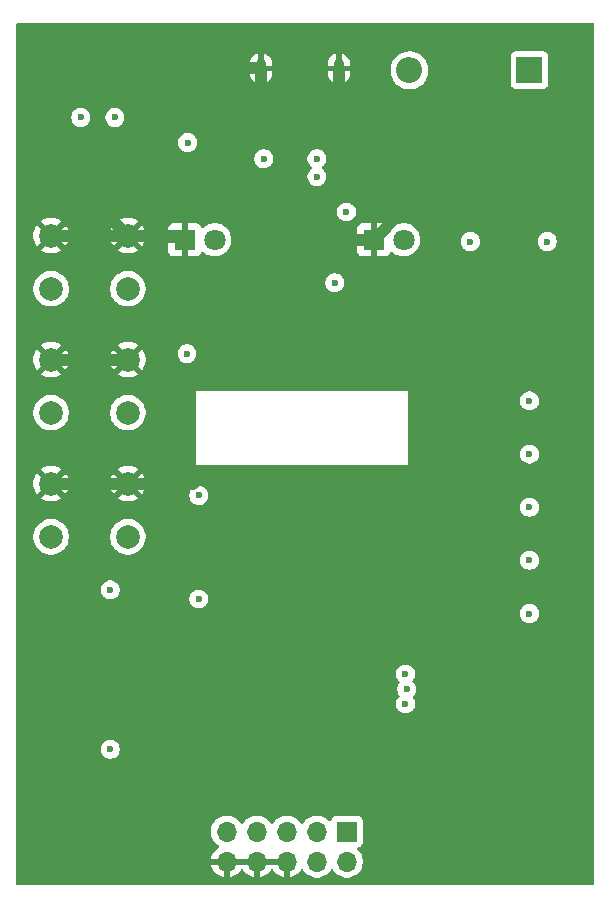
<source format=gbr>
%TF.GenerationSoftware,KiCad,Pcbnew,9.0.0*%
%TF.CreationDate,2025-03-28T11:35:54-04:00*%
%TF.ProjectId,Compute Node,436f6d70-7574-4652-904e-6f64652e6b69,rev?*%
%TF.SameCoordinates,Original*%
%TF.FileFunction,Copper,L2,Inr*%
%TF.FilePolarity,Positive*%
%FSLAX46Y46*%
G04 Gerber Fmt 4.6, Leading zero omitted, Abs format (unit mm)*
G04 Created by KiCad (PCBNEW 9.0.0) date 2025-03-28 11:35:54*
%MOMM*%
%LPD*%
G01*
G04 APERTURE LIST*
%TA.AperFunction,ComponentPad*%
%ADD10R,1.700000X1.700000*%
%TD*%
%TA.AperFunction,ComponentPad*%
%ADD11O,1.700000X1.700000*%
%TD*%
%TA.AperFunction,ComponentPad*%
%ADD12C,2.000000*%
%TD*%
%TA.AperFunction,HeatsinkPad*%
%ADD13O,0.900000X1.600000*%
%TD*%
%TA.AperFunction,ComponentPad*%
%ADD14R,2.200000X2.200000*%
%TD*%
%TA.AperFunction,ComponentPad*%
%ADD15O,2.200000X2.200000*%
%TD*%
%TA.AperFunction,ComponentPad*%
%ADD16R,1.800000X1.800000*%
%TD*%
%TA.AperFunction,ComponentPad*%
%ADD17C,1.800000*%
%TD*%
%TA.AperFunction,ViaPad*%
%ADD18C,0.600000*%
%TD*%
%TA.AperFunction,Conductor*%
%ADD19C,1.000000*%
%TD*%
%TA.AperFunction,Conductor*%
%ADD20C,0.200000*%
%TD*%
G04 APERTURE END LIST*
D10*
%TO.N,MOSI*%
%TO.C,J3*%
X63540000Y-81960000D03*
D11*
%TO.N,EXT_5V*%
X63540000Y-84500000D03*
%TO.N,MISO*%
X61000000Y-81960000D03*
%TO.N,EXT_5V*%
X61000000Y-84500000D03*
%TO.N,SCLK*%
X58460000Y-81960000D03*
%TO.N,GND*%
X58460000Y-84500000D03*
%TO.N,CS*%
X55920000Y-81960000D03*
%TO.N,GND*%
X55920000Y-84500000D03*
%TO.N,ACK*%
X53380000Y-81960000D03*
%TO.N,GND*%
X53380000Y-84500000D03*
%TD*%
D12*
%TO.N,GND*%
%TO.C,SW2*%
X38500000Y-42000000D03*
X45000000Y-42000000D03*
%TO.N,IO0*%
X38500000Y-46500000D03*
X45000000Y-46500000D03*
%TD*%
D13*
%TO.N,GND*%
%TO.C,J2*%
X62850000Y-17350000D03*
X56250000Y-17350000D03*
%TD*%
D12*
%TO.N,GND*%
%TO.C,SW1*%
X38500000Y-31500000D03*
X45000000Y-31500000D03*
%TO.N,EN*%
X38500000Y-36000000D03*
X45000000Y-36000000D03*
%TD*%
D14*
%TO.N,EXT_5V*%
%TO.C,D2*%
X79000000Y-17500000D03*
D15*
%TO.N,VBUS*%
X68840000Y-17500000D03*
%TD*%
D12*
%TO.N,GND*%
%TO.C,SW3*%
X38500000Y-52500000D03*
X45000000Y-52500000D03*
%TO.N,Net-(U1-32K_XN{slash}GPIO33{slash}ADC1_CH5)*%
X38500000Y-57000000D03*
X45000000Y-57000000D03*
%TD*%
D16*
%TO.N,GND*%
%TO.C,D3*%
X49810000Y-31850000D03*
D17*
%TO.N,Net-(D3-A)*%
X52350000Y-31850000D03*
%TD*%
D16*
%TO.N,GND*%
%TO.C,D1*%
X65810000Y-31850000D03*
D17*
%TO.N,Net-(D1-A)*%
X68350000Y-31850000D03*
%TD*%
D18*
%TO.N,ACK*%
X68600000Y-69900000D03*
%TO.N,*%
X61000000Y-26500000D03*
X61000000Y-25000000D03*
%TO.N,GND*%
X59650000Y-61300000D03*
X52600000Y-76100000D03*
X65500000Y-25500000D03*
X58700000Y-78400000D03*
X76000000Y-63500000D03*
X70900000Y-34800000D03*
X70900000Y-40400000D03*
X47800000Y-71100000D03*
X52800000Y-79000000D03*
X70800000Y-56300000D03*
X49100000Y-66500000D03*
X47000000Y-68000000D03*
X76000000Y-54500000D03*
X76000000Y-50000000D03*
X62500000Y-36700000D03*
X59350000Y-31850000D03*
X64600000Y-43700000D03*
X56400000Y-73500000D03*
X48500000Y-77500000D03*
X58500000Y-23500000D03*
X73100000Y-52000000D03*
X57400000Y-79600000D03*
X56000000Y-20000000D03*
X76000000Y-59000000D03*
X68900000Y-42500000D03*
X70900000Y-31500000D03*
X59650000Y-58500000D03*
X49200000Y-71100000D03*
X61000000Y-36100000D03*
X58000000Y-25000000D03*
X52700000Y-72200000D03*
X58100000Y-27000000D03*
X38000000Y-17500000D03*
X56850000Y-59900000D03*
X56845000Y-58500000D03*
X47700000Y-73100000D03*
X58900000Y-74900000D03*
X72400000Y-42100000D03*
X61000000Y-28000000D03*
X58250000Y-59900000D03*
X57000000Y-22000000D03*
X54600000Y-79500000D03*
X63000000Y-20000000D03*
X46000000Y-73400000D03*
X73100000Y-49300000D03*
X49200000Y-73100000D03*
X40500000Y-75000000D03*
X51000000Y-52000000D03*
X40500000Y-70500000D03*
X54500000Y-71800000D03*
X76000000Y-68000000D03*
X73100000Y-44100000D03*
X66300000Y-54400000D03*
X66300000Y-56800000D03*
X54200000Y-73800000D03*
X53000000Y-70400000D03*
X47000000Y-75900000D03*
X63800000Y-31900000D03*
X71000000Y-25500000D03*
X40500000Y-66000000D03*
X46100000Y-70300000D03*
X59650000Y-59900000D03*
X62400000Y-79500000D03*
X72500000Y-54600000D03*
X66300000Y-52100000D03*
X63200000Y-41700000D03*
X49000000Y-70000000D03*
X59800000Y-77000000D03*
X56850000Y-61300000D03*
X62300000Y-21700000D03*
X62500000Y-39800000D03*
X60000000Y-79700000D03*
X58500000Y-22000000D03*
X54800000Y-76100000D03*
X40500000Y-61500000D03*
X58250000Y-58500000D03*
X60000000Y-23500000D03*
X61100000Y-78300000D03*
X73100000Y-46800000D03*
X71000000Y-52000000D03*
X74000000Y-29500000D03*
X57000000Y-23500000D03*
X58250000Y-61300000D03*
X50200000Y-78900000D03*
X76000000Y-45500000D03*
X69000000Y-24500000D03*
X64200000Y-35600000D03*
%TO.N,VDD33*%
X79000000Y-54500000D03*
X51000000Y-53500000D03*
X79000000Y-63500000D03*
X79000000Y-59000000D03*
X79000000Y-50000000D03*
X56500000Y-25000000D03*
X80500000Y-32000000D03*
X50000000Y-41500000D03*
X74000000Y-32000000D03*
X79000000Y-45500000D03*
X41000000Y-21500000D03*
%TO.N,IO0*%
X68500000Y-68615000D03*
X43500000Y-75000000D03*
%TO.N,Net-(U1-32K_XN{slash}GPIO33{slash}ADC1_CH5)*%
X51000000Y-62265000D03*
X43500000Y-61500000D03*
%TO.N,CS*%
X68500000Y-71155000D03*
%TO.N,RTS*%
X43900000Y-21500000D03*
X62500000Y-35500000D03*
%TO.N,DTR*%
X50050000Y-23625000D03*
X63500000Y-29500000D03*
%TD*%
D19*
%TO.N,GND*%
X50500000Y-52500000D02*
X51000000Y-52000000D01*
X74000000Y-29500000D02*
X68160000Y-29500000D01*
D20*
X61000000Y-28000000D02*
X61500000Y-28000000D01*
D19*
X40500000Y-68000000D02*
X40500000Y-75000000D01*
D20*
X59650000Y-58500000D02*
X58250000Y-58500000D01*
D19*
X70000000Y-24500000D02*
X71000000Y-25500000D01*
X59350000Y-31850000D02*
X65810000Y-31850000D01*
X40500000Y-61500000D02*
X40500000Y-68000000D01*
X68160000Y-29500000D02*
X65810000Y-31850000D01*
X68000000Y-25500000D02*
X69000000Y-24500000D01*
X38000000Y-24500000D02*
X38000000Y-17500000D01*
X56250000Y-17350000D02*
X56250000Y-19750000D01*
X65500000Y-25500000D02*
X68000000Y-25500000D01*
X45000000Y-52500000D02*
X38500000Y-52500000D01*
X45000000Y-42000000D02*
X38500000Y-42000000D01*
X38500000Y-17500000D02*
X38650000Y-17350000D01*
X45000000Y-31500000D02*
X49460000Y-31500000D01*
X69000000Y-24500000D02*
X70000000Y-24500000D01*
D20*
X56845000Y-59895000D02*
X56850000Y-59900000D01*
D19*
X38650000Y-17350000D02*
X56250000Y-17350000D01*
X49000000Y-70000000D02*
X42500000Y-70000000D01*
D20*
X56850000Y-61300000D02*
X58250000Y-61300000D01*
D19*
X76000000Y-45500000D02*
X76000000Y-68000000D01*
X56250000Y-19750000D02*
X56000000Y-20000000D01*
X71000000Y-25500000D02*
X71000000Y-26500000D01*
X62850000Y-22850000D02*
X65500000Y-25500000D01*
D20*
X58250000Y-59900000D02*
X59650000Y-59900000D01*
D19*
X38000000Y-17500000D02*
X38500000Y-17500000D01*
X38500000Y-31500000D02*
X45000000Y-31500000D01*
X42500000Y-70000000D02*
X40500000Y-68000000D01*
X71000000Y-26500000D02*
X74000000Y-29500000D01*
X62850000Y-17350000D02*
X62850000Y-22850000D01*
X45000000Y-52500000D02*
X50500000Y-52500000D01*
X56000000Y-20000000D02*
X63000000Y-20000000D01*
D20*
X59650000Y-61300000D02*
X58250000Y-61300000D01*
D19*
X45000000Y-31500000D02*
X38000000Y-24500000D01*
X49460000Y-31500000D02*
X49810000Y-31850000D01*
D20*
X56845000Y-58500000D02*
X56845000Y-59895000D01*
%TD*%
%TA.AperFunction,Conductor*%
%TO.N,GND*%
G36*
X55454075Y-84307007D02*
G01*
X55420000Y-84434174D01*
X55420000Y-84565826D01*
X55454075Y-84692993D01*
X55486988Y-84750000D01*
X53813012Y-84750000D01*
X53845925Y-84692993D01*
X53880000Y-84565826D01*
X53880000Y-84434174D01*
X53845925Y-84307007D01*
X53813012Y-84250000D01*
X55486988Y-84250000D01*
X55454075Y-84307007D01*
G37*
%TD.AperFunction*%
%TA.AperFunction,Conductor*%
G36*
X57994075Y-84307007D02*
G01*
X57960000Y-84434174D01*
X57960000Y-84565826D01*
X57994075Y-84692993D01*
X58026988Y-84750000D01*
X56353012Y-84750000D01*
X56385925Y-84692993D01*
X56420000Y-84565826D01*
X56420000Y-84434174D01*
X56385925Y-84307007D01*
X56353012Y-84250000D01*
X58026988Y-84250000D01*
X57994075Y-84307007D01*
G37*
%TD.AperFunction*%
%TA.AperFunction,Conductor*%
G36*
X84442539Y-13520185D02*
G01*
X84488294Y-13572989D01*
X84499500Y-13624500D01*
X84499500Y-86375500D01*
X84479815Y-86442539D01*
X84427011Y-86488294D01*
X84375500Y-86499500D01*
X35624500Y-86499500D01*
X35557461Y-86479815D01*
X35511706Y-86427011D01*
X35500500Y-86375500D01*
X35500500Y-81853713D01*
X52029500Y-81853713D01*
X52029500Y-82066286D01*
X52062753Y-82276239D01*
X52128444Y-82478414D01*
X52224951Y-82667820D01*
X52349890Y-82839786D01*
X52500213Y-82990109D01*
X52672179Y-83115048D01*
X52672181Y-83115049D01*
X52672184Y-83115051D01*
X52681493Y-83119794D01*
X52732290Y-83167766D01*
X52749087Y-83235587D01*
X52726552Y-83301722D01*
X52681502Y-83340762D01*
X52672443Y-83345378D01*
X52500540Y-83470272D01*
X52500535Y-83470276D01*
X52350276Y-83620535D01*
X52350272Y-83620540D01*
X52225379Y-83792442D01*
X52128904Y-83981782D01*
X52063242Y-84183870D01*
X52063242Y-84183873D01*
X52052769Y-84250000D01*
X52946988Y-84250000D01*
X52914075Y-84307007D01*
X52880000Y-84434174D01*
X52880000Y-84565826D01*
X52914075Y-84692993D01*
X52946988Y-84750000D01*
X52052769Y-84750000D01*
X52063242Y-84816126D01*
X52063242Y-84816129D01*
X52128904Y-85018217D01*
X52225379Y-85207557D01*
X52350272Y-85379459D01*
X52350276Y-85379464D01*
X52500535Y-85529723D01*
X52500540Y-85529727D01*
X52672442Y-85654620D01*
X52861782Y-85751095D01*
X53063871Y-85816757D01*
X53130000Y-85827231D01*
X53130000Y-84933012D01*
X53187007Y-84965925D01*
X53314174Y-85000000D01*
X53445826Y-85000000D01*
X53572993Y-84965925D01*
X53630000Y-84933012D01*
X53630000Y-85827230D01*
X53696126Y-85816757D01*
X53696129Y-85816757D01*
X53898217Y-85751095D01*
X54087557Y-85654620D01*
X54259459Y-85529727D01*
X54259464Y-85529723D01*
X54409723Y-85379464D01*
X54409727Y-85379459D01*
X54534620Y-85207558D01*
X54539514Y-85197954D01*
X54587488Y-85147157D01*
X54655308Y-85130361D01*
X54721444Y-85152897D01*
X54760486Y-85197954D01*
X54765379Y-85207558D01*
X54890272Y-85379459D01*
X54890276Y-85379464D01*
X55040535Y-85529723D01*
X55040540Y-85529727D01*
X55212442Y-85654620D01*
X55401782Y-85751095D01*
X55603871Y-85816757D01*
X55670000Y-85827231D01*
X55670000Y-84933012D01*
X55727007Y-84965925D01*
X55854174Y-85000000D01*
X55985826Y-85000000D01*
X56112993Y-84965925D01*
X56170000Y-84933012D01*
X56170000Y-85827230D01*
X56236126Y-85816757D01*
X56236129Y-85816757D01*
X56438217Y-85751095D01*
X56627557Y-85654620D01*
X56799459Y-85529727D01*
X56799464Y-85529723D01*
X56949723Y-85379464D01*
X56949727Y-85379459D01*
X57074620Y-85207558D01*
X57079514Y-85197954D01*
X57127488Y-85147157D01*
X57195308Y-85130361D01*
X57261444Y-85152897D01*
X57300486Y-85197954D01*
X57305379Y-85207558D01*
X57430272Y-85379459D01*
X57430276Y-85379464D01*
X57580535Y-85529723D01*
X57580540Y-85529727D01*
X57752442Y-85654620D01*
X57941782Y-85751095D01*
X58143871Y-85816757D01*
X58210000Y-85827231D01*
X58210000Y-84933012D01*
X58267007Y-84965925D01*
X58394174Y-85000000D01*
X58525826Y-85000000D01*
X58652993Y-84965925D01*
X58710000Y-84933012D01*
X58710000Y-85827230D01*
X58776126Y-85816757D01*
X58776129Y-85816757D01*
X58978217Y-85751095D01*
X59167557Y-85654620D01*
X59339459Y-85529727D01*
X59339464Y-85529723D01*
X59489723Y-85379464D01*
X59489727Y-85379459D01*
X59614620Y-85207558D01*
X59619232Y-85198507D01*
X59667205Y-85147709D01*
X59735025Y-85130912D01*
X59801161Y-85153447D01*
X59840204Y-85198504D01*
X59844949Y-85207817D01*
X59969890Y-85379786D01*
X60120213Y-85530109D01*
X60292179Y-85655048D01*
X60292181Y-85655049D01*
X60292184Y-85655051D01*
X60481588Y-85751557D01*
X60683757Y-85817246D01*
X60893713Y-85850500D01*
X60893714Y-85850500D01*
X61106286Y-85850500D01*
X61106287Y-85850500D01*
X61316243Y-85817246D01*
X61518412Y-85751557D01*
X61707816Y-85655051D01*
X61729789Y-85639086D01*
X61879786Y-85530109D01*
X61879788Y-85530106D01*
X61879792Y-85530104D01*
X62030104Y-85379792D01*
X62030106Y-85379788D01*
X62030109Y-85379786D01*
X62155048Y-85207820D01*
X62155050Y-85207817D01*
X62155051Y-85207816D01*
X62159514Y-85199054D01*
X62207488Y-85148259D01*
X62275308Y-85131463D01*
X62341444Y-85153999D01*
X62380486Y-85199056D01*
X62384951Y-85207820D01*
X62509890Y-85379786D01*
X62660213Y-85530109D01*
X62832179Y-85655048D01*
X62832181Y-85655049D01*
X62832184Y-85655051D01*
X63021588Y-85751557D01*
X63223757Y-85817246D01*
X63433713Y-85850500D01*
X63433714Y-85850500D01*
X63646286Y-85850500D01*
X63646287Y-85850500D01*
X63856243Y-85817246D01*
X64058412Y-85751557D01*
X64247816Y-85655051D01*
X64269789Y-85639086D01*
X64419786Y-85530109D01*
X64419788Y-85530106D01*
X64419792Y-85530104D01*
X64570104Y-85379792D01*
X64570106Y-85379788D01*
X64570109Y-85379786D01*
X64695048Y-85207820D01*
X64695050Y-85207817D01*
X64695051Y-85207816D01*
X64791557Y-85018412D01*
X64857246Y-84816243D01*
X64890500Y-84606287D01*
X64890500Y-84393713D01*
X64857246Y-84183757D01*
X64791557Y-83981588D01*
X64695051Y-83792184D01*
X64695049Y-83792181D01*
X64695048Y-83792179D01*
X64570109Y-83620213D01*
X64456569Y-83506673D01*
X64423084Y-83445350D01*
X64428068Y-83375658D01*
X64469940Y-83319725D01*
X64500915Y-83302810D01*
X64632331Y-83253796D01*
X64747546Y-83167546D01*
X64833796Y-83052331D01*
X64884091Y-82917483D01*
X64890500Y-82857873D01*
X64890499Y-81062128D01*
X64884091Y-81002517D01*
X64882810Y-80999083D01*
X64833797Y-80867671D01*
X64833793Y-80867664D01*
X64747547Y-80752455D01*
X64747544Y-80752452D01*
X64632335Y-80666206D01*
X64632328Y-80666202D01*
X64497482Y-80615908D01*
X64497483Y-80615908D01*
X64437883Y-80609501D01*
X64437881Y-80609500D01*
X64437873Y-80609500D01*
X64437864Y-80609500D01*
X62642129Y-80609500D01*
X62642123Y-80609501D01*
X62582516Y-80615908D01*
X62447671Y-80666202D01*
X62447664Y-80666206D01*
X62332455Y-80752452D01*
X62332452Y-80752455D01*
X62246206Y-80867664D01*
X62246203Y-80867669D01*
X62197189Y-80999083D01*
X62155317Y-81055016D01*
X62089853Y-81079433D01*
X62021580Y-81064581D01*
X61993326Y-81043430D01*
X61879786Y-80929890D01*
X61707820Y-80804951D01*
X61518414Y-80708444D01*
X61518413Y-80708443D01*
X61518412Y-80708443D01*
X61316243Y-80642754D01*
X61316241Y-80642753D01*
X61316240Y-80642753D01*
X61154957Y-80617208D01*
X61106287Y-80609500D01*
X60893713Y-80609500D01*
X60845042Y-80617208D01*
X60683760Y-80642753D01*
X60481585Y-80708444D01*
X60292179Y-80804951D01*
X60120213Y-80929890D01*
X59969890Y-81080213D01*
X59844949Y-81252182D01*
X59840484Y-81260946D01*
X59792509Y-81311742D01*
X59724688Y-81328536D01*
X59658553Y-81305998D01*
X59619516Y-81260946D01*
X59615050Y-81252182D01*
X59490109Y-81080213D01*
X59339786Y-80929890D01*
X59167820Y-80804951D01*
X58978414Y-80708444D01*
X58978413Y-80708443D01*
X58978412Y-80708443D01*
X58776243Y-80642754D01*
X58776241Y-80642753D01*
X58776240Y-80642753D01*
X58614957Y-80617208D01*
X58566287Y-80609500D01*
X58353713Y-80609500D01*
X58305042Y-80617208D01*
X58143760Y-80642753D01*
X57941585Y-80708444D01*
X57752179Y-80804951D01*
X57580213Y-80929890D01*
X57429890Y-81080213D01*
X57304949Y-81252182D01*
X57300484Y-81260946D01*
X57252509Y-81311742D01*
X57184688Y-81328536D01*
X57118553Y-81305998D01*
X57079516Y-81260946D01*
X57075050Y-81252182D01*
X56950109Y-81080213D01*
X56799786Y-80929890D01*
X56627820Y-80804951D01*
X56438414Y-80708444D01*
X56438413Y-80708443D01*
X56438412Y-80708443D01*
X56236243Y-80642754D01*
X56236241Y-80642753D01*
X56236240Y-80642753D01*
X56074957Y-80617208D01*
X56026287Y-80609500D01*
X55813713Y-80609500D01*
X55765042Y-80617208D01*
X55603760Y-80642753D01*
X55401585Y-80708444D01*
X55212179Y-80804951D01*
X55040213Y-80929890D01*
X54889890Y-81080213D01*
X54764949Y-81252182D01*
X54760484Y-81260946D01*
X54712509Y-81311742D01*
X54644688Y-81328536D01*
X54578553Y-81305998D01*
X54539516Y-81260946D01*
X54535050Y-81252182D01*
X54410109Y-81080213D01*
X54259786Y-80929890D01*
X54087820Y-80804951D01*
X53898414Y-80708444D01*
X53898413Y-80708443D01*
X53898412Y-80708443D01*
X53696243Y-80642754D01*
X53696241Y-80642753D01*
X53696240Y-80642753D01*
X53534957Y-80617208D01*
X53486287Y-80609500D01*
X53273713Y-80609500D01*
X53225042Y-80617208D01*
X53063760Y-80642753D01*
X52861585Y-80708444D01*
X52672179Y-80804951D01*
X52500213Y-80929890D01*
X52349890Y-81080213D01*
X52224951Y-81252179D01*
X52128444Y-81441585D01*
X52062753Y-81643760D01*
X52029500Y-81853713D01*
X35500500Y-81853713D01*
X35500500Y-74921153D01*
X42699500Y-74921153D01*
X42699500Y-75078846D01*
X42730261Y-75233489D01*
X42730264Y-75233501D01*
X42790602Y-75379172D01*
X42790609Y-75379185D01*
X42878210Y-75510288D01*
X42878213Y-75510292D01*
X42989707Y-75621786D01*
X42989711Y-75621789D01*
X43120814Y-75709390D01*
X43120827Y-75709397D01*
X43266498Y-75769735D01*
X43266503Y-75769737D01*
X43421153Y-75800499D01*
X43421156Y-75800500D01*
X43421158Y-75800500D01*
X43578844Y-75800500D01*
X43578845Y-75800499D01*
X43733497Y-75769737D01*
X43879179Y-75709394D01*
X44010289Y-75621789D01*
X44121789Y-75510289D01*
X44209394Y-75379179D01*
X44269737Y-75233497D01*
X44300500Y-75078842D01*
X44300500Y-74921158D01*
X44300500Y-74921155D01*
X44300499Y-74921153D01*
X44269738Y-74766510D01*
X44269737Y-74766503D01*
X44269735Y-74766498D01*
X44209397Y-74620827D01*
X44209390Y-74620814D01*
X44121789Y-74489711D01*
X44121786Y-74489707D01*
X44010292Y-74378213D01*
X44010288Y-74378210D01*
X43879185Y-74290609D01*
X43879172Y-74290602D01*
X43733501Y-74230264D01*
X43733489Y-74230261D01*
X43578845Y-74199500D01*
X43578842Y-74199500D01*
X43421158Y-74199500D01*
X43421155Y-74199500D01*
X43266510Y-74230261D01*
X43266498Y-74230264D01*
X43120827Y-74290602D01*
X43120814Y-74290609D01*
X42989711Y-74378210D01*
X42989707Y-74378213D01*
X42878213Y-74489707D01*
X42878210Y-74489711D01*
X42790609Y-74620814D01*
X42790602Y-74620827D01*
X42730264Y-74766498D01*
X42730261Y-74766510D01*
X42699500Y-74921153D01*
X35500500Y-74921153D01*
X35500500Y-68536153D01*
X67699500Y-68536153D01*
X67699500Y-68693846D01*
X67730261Y-68848489D01*
X67730264Y-68848501D01*
X67790602Y-68994172D01*
X67790609Y-68994185D01*
X67878210Y-69125288D01*
X67878213Y-69125292D01*
X67972854Y-69219933D01*
X68006339Y-69281256D01*
X68001355Y-69350948D01*
X67981033Y-69386271D01*
X67978212Y-69389708D01*
X67890609Y-69520814D01*
X67890602Y-69520827D01*
X67830264Y-69666498D01*
X67830261Y-69666510D01*
X67799500Y-69821153D01*
X67799500Y-69978846D01*
X67830261Y-70133489D01*
X67830264Y-70133501D01*
X67890602Y-70279172D01*
X67890609Y-70279185D01*
X67975515Y-70406254D01*
X67996393Y-70472931D01*
X67977909Y-70540311D01*
X67960095Y-70562826D01*
X67878210Y-70644711D01*
X67790609Y-70775814D01*
X67790602Y-70775827D01*
X67730264Y-70921498D01*
X67730261Y-70921510D01*
X67699500Y-71076153D01*
X67699500Y-71233846D01*
X67730261Y-71388489D01*
X67730264Y-71388501D01*
X67790602Y-71534172D01*
X67790609Y-71534185D01*
X67878210Y-71665288D01*
X67878213Y-71665292D01*
X67989707Y-71776786D01*
X67989711Y-71776789D01*
X68120814Y-71864390D01*
X68120827Y-71864397D01*
X68266498Y-71924735D01*
X68266503Y-71924737D01*
X68421153Y-71955499D01*
X68421156Y-71955500D01*
X68421158Y-71955500D01*
X68578844Y-71955500D01*
X68578845Y-71955499D01*
X68733497Y-71924737D01*
X68879179Y-71864394D01*
X69010289Y-71776789D01*
X69121789Y-71665289D01*
X69209394Y-71534179D01*
X69269737Y-71388497D01*
X69300500Y-71233842D01*
X69300500Y-71076158D01*
X69300500Y-71076155D01*
X69300499Y-71076153D01*
X69269738Y-70921510D01*
X69269737Y-70921503D01*
X69269735Y-70921498D01*
X69209397Y-70775827D01*
X69209395Y-70775823D01*
X69209394Y-70775821D01*
X69124483Y-70648743D01*
X69103606Y-70582068D01*
X69122090Y-70514688D01*
X69139901Y-70492176D01*
X69221789Y-70410289D01*
X69309394Y-70279179D01*
X69369737Y-70133497D01*
X69400500Y-69978842D01*
X69400500Y-69821158D01*
X69400500Y-69821155D01*
X69400499Y-69821153D01*
X69369738Y-69666510D01*
X69369737Y-69666503D01*
X69369735Y-69666498D01*
X69309397Y-69520827D01*
X69309390Y-69520814D01*
X69221789Y-69389711D01*
X69221786Y-69389707D01*
X69127144Y-69295065D01*
X69093659Y-69233742D01*
X69098643Y-69164050D01*
X69118986Y-69128702D01*
X69121781Y-69125296D01*
X69121789Y-69125289D01*
X69209394Y-68994179D01*
X69269737Y-68848497D01*
X69300500Y-68693842D01*
X69300500Y-68536158D01*
X69300500Y-68536155D01*
X69300499Y-68536153D01*
X69269738Y-68381510D01*
X69269737Y-68381503D01*
X69269735Y-68381498D01*
X69209397Y-68235827D01*
X69209390Y-68235814D01*
X69121789Y-68104711D01*
X69121786Y-68104707D01*
X69010292Y-67993213D01*
X69010288Y-67993210D01*
X68879185Y-67905609D01*
X68879172Y-67905602D01*
X68733501Y-67845264D01*
X68733489Y-67845261D01*
X68578845Y-67814500D01*
X68578842Y-67814500D01*
X68421158Y-67814500D01*
X68421155Y-67814500D01*
X68266510Y-67845261D01*
X68266498Y-67845264D01*
X68120827Y-67905602D01*
X68120814Y-67905609D01*
X67989711Y-67993210D01*
X67989707Y-67993213D01*
X67878213Y-68104707D01*
X67878210Y-68104711D01*
X67790609Y-68235814D01*
X67790602Y-68235827D01*
X67730264Y-68381498D01*
X67730261Y-68381510D01*
X67699500Y-68536153D01*
X35500500Y-68536153D01*
X35500500Y-63421153D01*
X78199500Y-63421153D01*
X78199500Y-63578846D01*
X78230261Y-63733489D01*
X78230264Y-63733501D01*
X78290602Y-63879172D01*
X78290609Y-63879185D01*
X78378210Y-64010288D01*
X78378213Y-64010292D01*
X78489707Y-64121786D01*
X78489711Y-64121789D01*
X78620814Y-64209390D01*
X78620827Y-64209397D01*
X78766498Y-64269735D01*
X78766503Y-64269737D01*
X78921153Y-64300499D01*
X78921156Y-64300500D01*
X78921158Y-64300500D01*
X79078844Y-64300500D01*
X79078845Y-64300499D01*
X79233497Y-64269737D01*
X79379179Y-64209394D01*
X79510289Y-64121789D01*
X79621789Y-64010289D01*
X79709394Y-63879179D01*
X79769737Y-63733497D01*
X79800500Y-63578842D01*
X79800500Y-63421158D01*
X79800500Y-63421155D01*
X79800499Y-63421153D01*
X79769738Y-63266510D01*
X79769737Y-63266503D01*
X79769735Y-63266498D01*
X79709397Y-63120827D01*
X79709390Y-63120814D01*
X79621789Y-62989711D01*
X79621786Y-62989707D01*
X79510292Y-62878213D01*
X79510288Y-62878210D01*
X79379185Y-62790609D01*
X79379172Y-62790602D01*
X79233501Y-62730264D01*
X79233489Y-62730261D01*
X79078845Y-62699500D01*
X79078842Y-62699500D01*
X78921158Y-62699500D01*
X78921155Y-62699500D01*
X78766510Y-62730261D01*
X78766498Y-62730264D01*
X78620827Y-62790602D01*
X78620814Y-62790609D01*
X78489711Y-62878210D01*
X78489707Y-62878213D01*
X78378213Y-62989707D01*
X78378210Y-62989711D01*
X78290609Y-63120814D01*
X78290602Y-63120827D01*
X78230264Y-63266498D01*
X78230261Y-63266510D01*
X78199500Y-63421153D01*
X35500500Y-63421153D01*
X35500500Y-61421153D01*
X42699500Y-61421153D01*
X42699500Y-61578846D01*
X42730261Y-61733489D01*
X42730264Y-61733501D01*
X42790602Y-61879172D01*
X42790609Y-61879185D01*
X42878210Y-62010288D01*
X42878213Y-62010292D01*
X42989707Y-62121786D01*
X42989711Y-62121789D01*
X43120814Y-62209390D01*
X43120827Y-62209397D01*
X43266498Y-62269735D01*
X43266503Y-62269737D01*
X43421153Y-62300499D01*
X43421156Y-62300500D01*
X43421158Y-62300500D01*
X43578844Y-62300500D01*
X43578845Y-62300499D01*
X43733497Y-62269737D01*
X43879179Y-62209394D01*
X43913962Y-62186153D01*
X50199500Y-62186153D01*
X50199500Y-62343846D01*
X50230261Y-62498489D01*
X50230264Y-62498501D01*
X50290602Y-62644172D01*
X50290609Y-62644185D01*
X50378210Y-62775288D01*
X50378213Y-62775292D01*
X50489707Y-62886786D01*
X50489711Y-62886789D01*
X50620814Y-62974390D01*
X50620827Y-62974397D01*
X50766498Y-63034735D01*
X50766503Y-63034737D01*
X50921153Y-63065499D01*
X50921156Y-63065500D01*
X50921158Y-63065500D01*
X51078844Y-63065500D01*
X51078845Y-63065499D01*
X51233497Y-63034737D01*
X51379179Y-62974394D01*
X51510289Y-62886789D01*
X51621789Y-62775289D01*
X51709394Y-62644179D01*
X51769737Y-62498497D01*
X51800500Y-62343842D01*
X51800500Y-62186158D01*
X51800500Y-62186155D01*
X51800499Y-62186153D01*
X51787696Y-62121789D01*
X51769737Y-62031503D01*
X51760950Y-62010288D01*
X51709397Y-61885827D01*
X51709390Y-61885814D01*
X51621789Y-61754711D01*
X51621786Y-61754707D01*
X51510292Y-61643213D01*
X51510288Y-61643210D01*
X51379185Y-61555609D01*
X51379172Y-61555602D01*
X51233501Y-61495264D01*
X51233489Y-61495261D01*
X51078845Y-61464500D01*
X51078842Y-61464500D01*
X50921158Y-61464500D01*
X50921155Y-61464500D01*
X50766510Y-61495261D01*
X50766498Y-61495264D01*
X50620827Y-61555602D01*
X50620814Y-61555609D01*
X50489711Y-61643210D01*
X50489707Y-61643213D01*
X50378213Y-61754707D01*
X50378210Y-61754711D01*
X50290609Y-61885814D01*
X50290602Y-61885827D01*
X50230264Y-62031498D01*
X50230261Y-62031510D01*
X50199500Y-62186153D01*
X43913962Y-62186153D01*
X44010289Y-62121789D01*
X44010292Y-62121786D01*
X44039694Y-62092385D01*
X44121786Y-62010292D01*
X44121789Y-62010289D01*
X44209394Y-61879179D01*
X44269737Y-61733497D01*
X44300500Y-61578842D01*
X44300500Y-61421158D01*
X44300500Y-61421155D01*
X44300499Y-61421153D01*
X44269738Y-61266510D01*
X44269737Y-61266503D01*
X44269735Y-61266498D01*
X44209397Y-61120827D01*
X44209390Y-61120814D01*
X44121789Y-60989711D01*
X44121786Y-60989707D01*
X44010292Y-60878213D01*
X44010288Y-60878210D01*
X43879185Y-60790609D01*
X43879172Y-60790602D01*
X43733501Y-60730264D01*
X43733489Y-60730261D01*
X43578845Y-60699500D01*
X43578842Y-60699500D01*
X43421158Y-60699500D01*
X43421155Y-60699500D01*
X43266510Y-60730261D01*
X43266498Y-60730264D01*
X43120827Y-60790602D01*
X43120814Y-60790609D01*
X42989711Y-60878210D01*
X42989707Y-60878213D01*
X42878213Y-60989707D01*
X42878210Y-60989711D01*
X42790609Y-61120814D01*
X42790602Y-61120827D01*
X42730264Y-61266498D01*
X42730261Y-61266510D01*
X42699500Y-61421153D01*
X35500500Y-61421153D01*
X35500500Y-58921153D01*
X78199500Y-58921153D01*
X78199500Y-59078846D01*
X78230261Y-59233489D01*
X78230264Y-59233501D01*
X78290602Y-59379172D01*
X78290609Y-59379185D01*
X78378210Y-59510288D01*
X78378213Y-59510292D01*
X78489707Y-59621786D01*
X78489711Y-59621789D01*
X78620814Y-59709390D01*
X78620827Y-59709397D01*
X78766498Y-59769735D01*
X78766503Y-59769737D01*
X78921153Y-59800499D01*
X78921156Y-59800500D01*
X78921158Y-59800500D01*
X79078844Y-59800500D01*
X79078845Y-59800499D01*
X79233497Y-59769737D01*
X79379179Y-59709394D01*
X79510289Y-59621789D01*
X79621789Y-59510289D01*
X79709394Y-59379179D01*
X79769737Y-59233497D01*
X79800500Y-59078842D01*
X79800500Y-58921158D01*
X79800500Y-58921155D01*
X79800499Y-58921153D01*
X79769738Y-58766510D01*
X79769737Y-58766503D01*
X79769735Y-58766498D01*
X79709397Y-58620827D01*
X79709390Y-58620814D01*
X79621789Y-58489711D01*
X79621786Y-58489707D01*
X79510292Y-58378213D01*
X79510288Y-58378210D01*
X79379185Y-58290609D01*
X79379172Y-58290602D01*
X79233501Y-58230264D01*
X79233489Y-58230261D01*
X79078845Y-58199500D01*
X79078842Y-58199500D01*
X78921158Y-58199500D01*
X78921155Y-58199500D01*
X78766510Y-58230261D01*
X78766498Y-58230264D01*
X78620827Y-58290602D01*
X78620814Y-58290609D01*
X78489711Y-58378210D01*
X78489707Y-58378213D01*
X78378213Y-58489707D01*
X78378210Y-58489711D01*
X78290609Y-58620814D01*
X78290602Y-58620827D01*
X78230264Y-58766498D01*
X78230261Y-58766510D01*
X78199500Y-58921153D01*
X35500500Y-58921153D01*
X35500500Y-56881902D01*
X36999500Y-56881902D01*
X36999500Y-57118097D01*
X37036446Y-57351368D01*
X37109433Y-57575996D01*
X37216657Y-57786433D01*
X37355483Y-57977510D01*
X37522490Y-58144517D01*
X37713567Y-58283343D01*
X37812991Y-58334002D01*
X37924003Y-58390566D01*
X37924005Y-58390566D01*
X37924008Y-58390568D01*
X38044412Y-58429689D01*
X38148631Y-58463553D01*
X38381903Y-58500500D01*
X38381908Y-58500500D01*
X38618097Y-58500500D01*
X38851368Y-58463553D01*
X39075992Y-58390568D01*
X39286433Y-58283343D01*
X39477510Y-58144517D01*
X39644517Y-57977510D01*
X39783343Y-57786433D01*
X39890568Y-57575992D01*
X39963553Y-57351368D01*
X40000500Y-57118097D01*
X40000500Y-56881902D01*
X43499500Y-56881902D01*
X43499500Y-57118097D01*
X43536446Y-57351368D01*
X43609433Y-57575996D01*
X43716657Y-57786433D01*
X43855483Y-57977510D01*
X44022490Y-58144517D01*
X44213567Y-58283343D01*
X44312991Y-58334002D01*
X44424003Y-58390566D01*
X44424005Y-58390566D01*
X44424008Y-58390568D01*
X44544412Y-58429689D01*
X44648631Y-58463553D01*
X44881903Y-58500500D01*
X44881908Y-58500500D01*
X45118097Y-58500500D01*
X45351368Y-58463553D01*
X45575992Y-58390568D01*
X45786433Y-58283343D01*
X45977510Y-58144517D01*
X46144517Y-57977510D01*
X46283343Y-57786433D01*
X46390568Y-57575992D01*
X46463553Y-57351368D01*
X46500500Y-57118097D01*
X46500500Y-56881902D01*
X46463553Y-56648631D01*
X46390566Y-56424003D01*
X46283342Y-56213566D01*
X46144517Y-56022490D01*
X45977510Y-55855483D01*
X45786433Y-55716657D01*
X45575996Y-55609433D01*
X45351368Y-55536446D01*
X45118097Y-55499500D01*
X45118092Y-55499500D01*
X44881908Y-55499500D01*
X44881903Y-55499500D01*
X44648631Y-55536446D01*
X44424003Y-55609433D01*
X44213566Y-55716657D01*
X44104550Y-55795862D01*
X44022490Y-55855483D01*
X44022488Y-55855485D01*
X44022487Y-55855485D01*
X43855485Y-56022487D01*
X43855485Y-56022488D01*
X43855483Y-56022490D01*
X43795862Y-56104550D01*
X43716657Y-56213566D01*
X43609433Y-56424003D01*
X43536446Y-56648631D01*
X43499500Y-56881902D01*
X40000500Y-56881902D01*
X39963553Y-56648631D01*
X39890566Y-56424003D01*
X39783342Y-56213566D01*
X39644517Y-56022490D01*
X39477510Y-55855483D01*
X39286433Y-55716657D01*
X39075996Y-55609433D01*
X38851368Y-55536446D01*
X38618097Y-55499500D01*
X38618092Y-55499500D01*
X38381908Y-55499500D01*
X38381903Y-55499500D01*
X38148631Y-55536446D01*
X37924003Y-55609433D01*
X37713566Y-55716657D01*
X37604550Y-55795862D01*
X37522490Y-55855483D01*
X37522488Y-55855485D01*
X37522487Y-55855485D01*
X37355485Y-56022487D01*
X37355485Y-56022488D01*
X37355483Y-56022490D01*
X37295862Y-56104550D01*
X37216657Y-56213566D01*
X37109433Y-56424003D01*
X37036446Y-56648631D01*
X36999500Y-56881902D01*
X35500500Y-56881902D01*
X35500500Y-54421153D01*
X78199500Y-54421153D01*
X78199500Y-54578846D01*
X78230261Y-54733489D01*
X78230264Y-54733501D01*
X78290602Y-54879172D01*
X78290609Y-54879185D01*
X78378210Y-55010288D01*
X78378213Y-55010292D01*
X78489707Y-55121786D01*
X78489711Y-55121789D01*
X78620814Y-55209390D01*
X78620827Y-55209397D01*
X78766498Y-55269735D01*
X78766503Y-55269737D01*
X78921153Y-55300499D01*
X78921156Y-55300500D01*
X78921158Y-55300500D01*
X79078844Y-55300500D01*
X79078845Y-55300499D01*
X79233497Y-55269737D01*
X79379179Y-55209394D01*
X79510289Y-55121789D01*
X79621789Y-55010289D01*
X79709394Y-54879179D01*
X79769737Y-54733497D01*
X79800500Y-54578842D01*
X79800500Y-54421158D01*
X79800500Y-54421155D01*
X79800499Y-54421153D01*
X79769738Y-54266510D01*
X79769737Y-54266503D01*
X79709794Y-54121786D01*
X79709397Y-54120827D01*
X79709390Y-54120814D01*
X79621789Y-53989711D01*
X79621786Y-53989707D01*
X79510292Y-53878213D01*
X79510288Y-53878210D01*
X79379185Y-53790609D01*
X79379172Y-53790602D01*
X79233501Y-53730264D01*
X79233489Y-53730261D01*
X79078845Y-53699500D01*
X79078842Y-53699500D01*
X78921158Y-53699500D01*
X78921155Y-53699500D01*
X78766510Y-53730261D01*
X78766498Y-53730264D01*
X78620827Y-53790602D01*
X78620814Y-53790609D01*
X78489711Y-53878210D01*
X78489707Y-53878213D01*
X78378213Y-53989707D01*
X78378210Y-53989711D01*
X78290609Y-54120814D01*
X78290602Y-54120827D01*
X78230264Y-54266498D01*
X78230261Y-54266510D01*
X78199500Y-54421153D01*
X35500500Y-54421153D01*
X35500500Y-52381947D01*
X37000000Y-52381947D01*
X37000000Y-52618052D01*
X37036934Y-52851247D01*
X37109897Y-53075802D01*
X37217087Y-53286174D01*
X37277338Y-53369104D01*
X37277340Y-53369105D01*
X37976212Y-52670233D01*
X37987482Y-52712292D01*
X38059890Y-52837708D01*
X38162292Y-52940110D01*
X38287708Y-53012518D01*
X38329765Y-53023787D01*
X37630893Y-53722658D01*
X37713828Y-53782914D01*
X37924197Y-53890102D01*
X38148752Y-53963065D01*
X38148751Y-53963065D01*
X38381948Y-54000000D01*
X38618052Y-54000000D01*
X38851247Y-53963065D01*
X39075802Y-53890102D01*
X39286163Y-53782918D01*
X39286169Y-53782914D01*
X39369104Y-53722658D01*
X39369105Y-53722658D01*
X38670233Y-53023787D01*
X38712292Y-53012518D01*
X38837708Y-52940110D01*
X38940110Y-52837708D01*
X39012518Y-52712292D01*
X39023787Y-52670233D01*
X39722658Y-53369105D01*
X39722658Y-53369104D01*
X39782914Y-53286169D01*
X39782918Y-53286163D01*
X39890102Y-53075802D01*
X39963065Y-52851247D01*
X40000000Y-52618052D01*
X40000000Y-52381947D01*
X43500000Y-52381947D01*
X43500000Y-52618052D01*
X43536934Y-52851247D01*
X43609897Y-53075802D01*
X43717087Y-53286174D01*
X43777338Y-53369104D01*
X43777340Y-53369105D01*
X44476212Y-52670233D01*
X44487482Y-52712292D01*
X44559890Y-52837708D01*
X44662292Y-52940110D01*
X44787708Y-53012518D01*
X44829765Y-53023787D01*
X44130893Y-53722658D01*
X44213828Y-53782914D01*
X44424197Y-53890102D01*
X44648752Y-53963065D01*
X44648751Y-53963065D01*
X44881948Y-54000000D01*
X45118052Y-54000000D01*
X45351247Y-53963065D01*
X45575802Y-53890102D01*
X45786163Y-53782918D01*
X45786169Y-53782914D01*
X45869104Y-53722658D01*
X45869105Y-53722658D01*
X45567600Y-53421153D01*
X50199500Y-53421153D01*
X50199500Y-53578846D01*
X50230261Y-53733489D01*
X50230264Y-53733501D01*
X50290602Y-53879172D01*
X50290609Y-53879185D01*
X50378210Y-54010288D01*
X50378213Y-54010292D01*
X50489707Y-54121786D01*
X50489711Y-54121789D01*
X50620814Y-54209390D01*
X50620827Y-54209397D01*
X50758683Y-54266498D01*
X50766503Y-54269737D01*
X50921153Y-54300499D01*
X50921156Y-54300500D01*
X50921158Y-54300500D01*
X51078844Y-54300500D01*
X51078845Y-54300499D01*
X51089179Y-54298443D01*
X51114287Y-54293450D01*
X51114292Y-54293449D01*
X51199800Y-54276439D01*
X51233497Y-54269737D01*
X51379179Y-54209394D01*
X51510289Y-54121789D01*
X51621789Y-54010289D01*
X51709394Y-53879179D01*
X51769737Y-53733497D01*
X51800500Y-53578842D01*
X51800500Y-53421158D01*
X51800500Y-53421155D01*
X51800499Y-53421153D01*
X51773650Y-53286176D01*
X51769737Y-53266503D01*
X51769735Y-53266498D01*
X51709397Y-53120827D01*
X51709390Y-53120814D01*
X51621789Y-52989711D01*
X51621786Y-52989707D01*
X51510292Y-52878213D01*
X51510288Y-52878210D01*
X51379185Y-52790609D01*
X51379172Y-52790602D01*
X51233501Y-52730264D01*
X51233489Y-52730261D01*
X51078845Y-52699500D01*
X51078842Y-52699500D01*
X50921158Y-52699500D01*
X50921155Y-52699500D01*
X50766510Y-52730261D01*
X50766498Y-52730264D01*
X50620827Y-52790602D01*
X50620814Y-52790609D01*
X50489711Y-52878210D01*
X50489707Y-52878213D01*
X50378213Y-52989707D01*
X50378210Y-52989711D01*
X50290609Y-53120814D01*
X50290602Y-53120827D01*
X50230264Y-53266498D01*
X50230261Y-53266510D01*
X50199500Y-53421153D01*
X45567600Y-53421153D01*
X45170233Y-53023787D01*
X45212292Y-53012518D01*
X45337708Y-52940110D01*
X45440110Y-52837708D01*
X45512518Y-52712292D01*
X45523787Y-52670234D01*
X46222658Y-53369105D01*
X46222658Y-53369104D01*
X46242221Y-53342180D01*
X46242222Y-53342178D01*
X46282910Y-53286176D01*
X46282918Y-53286163D01*
X46390102Y-53075802D01*
X46463065Y-52851247D01*
X46500000Y-52618052D01*
X46500000Y-52381947D01*
X46463065Y-52148752D01*
X46390102Y-51924197D01*
X46282914Y-51713828D01*
X46222658Y-51630894D01*
X46222658Y-51630893D01*
X45523787Y-52329765D01*
X45512518Y-52287708D01*
X45440110Y-52162292D01*
X45337708Y-52059890D01*
X45212292Y-51987482D01*
X45170234Y-51976212D01*
X45869105Y-51277340D01*
X45869104Y-51277338D01*
X45786174Y-51217087D01*
X45575802Y-51109897D01*
X45351247Y-51036934D01*
X45351248Y-51036934D01*
X45118052Y-51000000D01*
X44881948Y-51000000D01*
X44648752Y-51036934D01*
X44424197Y-51109897D01*
X44213830Y-51217084D01*
X44130894Y-51277340D01*
X44829766Y-51976212D01*
X44787708Y-51987482D01*
X44662292Y-52059890D01*
X44559890Y-52162292D01*
X44487482Y-52287708D01*
X44476212Y-52329766D01*
X43777340Y-51630894D01*
X43717084Y-51713830D01*
X43609897Y-51924197D01*
X43536934Y-52148752D01*
X43500000Y-52381947D01*
X40000000Y-52381947D01*
X39963065Y-52148752D01*
X39890102Y-51924197D01*
X39782914Y-51713828D01*
X39722658Y-51630894D01*
X39722658Y-51630893D01*
X39023787Y-52329765D01*
X39012518Y-52287708D01*
X38940110Y-52162292D01*
X38837708Y-52059890D01*
X38712292Y-51987482D01*
X38670234Y-51976212D01*
X39369105Y-51277340D01*
X39369104Y-51277339D01*
X39286174Y-51217087D01*
X39075802Y-51109897D01*
X38851247Y-51036934D01*
X38851248Y-51036934D01*
X38618052Y-51000000D01*
X38381948Y-51000000D01*
X38148752Y-51036934D01*
X37924197Y-51109897D01*
X37713830Y-51217084D01*
X37630894Y-51277340D01*
X38329766Y-51976212D01*
X38287708Y-51987482D01*
X38162292Y-52059890D01*
X38059890Y-52162292D01*
X37987482Y-52287708D01*
X37976212Y-52329766D01*
X37277340Y-51630894D01*
X37217084Y-51713830D01*
X37109897Y-51924197D01*
X37036934Y-52148752D01*
X37000000Y-52381947D01*
X35500500Y-52381947D01*
X35500500Y-50965000D01*
X50750000Y-50965000D01*
X68750000Y-50965000D01*
X68750000Y-49921153D01*
X78199500Y-49921153D01*
X78199500Y-50078846D01*
X78230261Y-50233489D01*
X78230264Y-50233501D01*
X78290602Y-50379172D01*
X78290609Y-50379185D01*
X78378210Y-50510288D01*
X78378213Y-50510292D01*
X78489707Y-50621786D01*
X78489711Y-50621789D01*
X78620814Y-50709390D01*
X78620827Y-50709397D01*
X78766498Y-50769735D01*
X78766503Y-50769737D01*
X78921153Y-50800499D01*
X78921156Y-50800500D01*
X78921158Y-50800500D01*
X79078844Y-50800500D01*
X79078845Y-50800499D01*
X79233497Y-50769737D01*
X79379179Y-50709394D01*
X79510289Y-50621789D01*
X79621789Y-50510289D01*
X79709394Y-50379179D01*
X79769737Y-50233497D01*
X79800500Y-50078842D01*
X79800500Y-49921158D01*
X79800500Y-49921155D01*
X79800499Y-49921153D01*
X79769738Y-49766510D01*
X79769737Y-49766503D01*
X79769735Y-49766498D01*
X79709397Y-49620827D01*
X79709390Y-49620814D01*
X79621789Y-49489711D01*
X79621786Y-49489707D01*
X79510292Y-49378213D01*
X79510288Y-49378210D01*
X79379185Y-49290609D01*
X79379172Y-49290602D01*
X79233501Y-49230264D01*
X79233489Y-49230261D01*
X79078845Y-49199500D01*
X79078842Y-49199500D01*
X78921158Y-49199500D01*
X78921155Y-49199500D01*
X78766510Y-49230261D01*
X78766498Y-49230264D01*
X78620827Y-49290602D01*
X78620814Y-49290609D01*
X78489711Y-49378210D01*
X78489707Y-49378213D01*
X78378213Y-49489707D01*
X78378210Y-49489711D01*
X78290609Y-49620814D01*
X78290602Y-49620827D01*
X78230264Y-49766498D01*
X78230261Y-49766510D01*
X78199500Y-49921153D01*
X68750000Y-49921153D01*
X68750000Y-45421153D01*
X78199500Y-45421153D01*
X78199500Y-45578846D01*
X78230261Y-45733489D01*
X78230264Y-45733501D01*
X78290602Y-45879172D01*
X78290609Y-45879185D01*
X78378210Y-46010288D01*
X78378213Y-46010292D01*
X78489707Y-46121786D01*
X78489711Y-46121789D01*
X78620814Y-46209390D01*
X78620827Y-46209397D01*
X78766498Y-46269735D01*
X78766503Y-46269737D01*
X78921153Y-46300499D01*
X78921156Y-46300500D01*
X78921158Y-46300500D01*
X79078844Y-46300500D01*
X79078845Y-46300499D01*
X79233497Y-46269737D01*
X79379179Y-46209394D01*
X79510289Y-46121789D01*
X79621789Y-46010289D01*
X79709394Y-45879179D01*
X79769737Y-45733497D01*
X79800500Y-45578842D01*
X79800500Y-45421158D01*
X79800500Y-45421155D01*
X79800499Y-45421153D01*
X79769738Y-45266510D01*
X79769737Y-45266503D01*
X79749090Y-45216657D01*
X79709397Y-45120827D01*
X79709390Y-45120814D01*
X79621789Y-44989711D01*
X79621786Y-44989707D01*
X79510292Y-44878213D01*
X79510288Y-44878210D01*
X79379185Y-44790609D01*
X79379172Y-44790602D01*
X79233501Y-44730264D01*
X79233489Y-44730261D01*
X79078845Y-44699500D01*
X79078842Y-44699500D01*
X78921158Y-44699500D01*
X78921155Y-44699500D01*
X78766510Y-44730261D01*
X78766498Y-44730264D01*
X78620827Y-44790602D01*
X78620814Y-44790609D01*
X78489711Y-44878210D01*
X78489707Y-44878213D01*
X78378213Y-44989707D01*
X78378210Y-44989711D01*
X78290609Y-45120814D01*
X78290602Y-45120827D01*
X78230264Y-45266498D01*
X78230261Y-45266510D01*
X78199500Y-45421153D01*
X68750000Y-45421153D01*
X68750000Y-44665000D01*
X50750000Y-44665000D01*
X50750000Y-50965000D01*
X35500500Y-50965000D01*
X35500500Y-46381902D01*
X36999500Y-46381902D01*
X36999500Y-46618097D01*
X37036446Y-46851368D01*
X37109433Y-47075996D01*
X37216657Y-47286433D01*
X37355483Y-47477510D01*
X37522490Y-47644517D01*
X37713567Y-47783343D01*
X37812991Y-47834002D01*
X37924003Y-47890566D01*
X37924005Y-47890566D01*
X37924008Y-47890568D01*
X38044412Y-47929689D01*
X38148631Y-47963553D01*
X38381903Y-48000500D01*
X38381908Y-48000500D01*
X38618097Y-48000500D01*
X38851368Y-47963553D01*
X39075992Y-47890568D01*
X39286433Y-47783343D01*
X39477510Y-47644517D01*
X39644517Y-47477510D01*
X39783343Y-47286433D01*
X39890568Y-47075992D01*
X39963553Y-46851368D01*
X40000500Y-46618097D01*
X40000500Y-46381902D01*
X43499500Y-46381902D01*
X43499500Y-46618097D01*
X43536446Y-46851368D01*
X43609433Y-47075996D01*
X43716657Y-47286433D01*
X43855483Y-47477510D01*
X44022490Y-47644517D01*
X44213567Y-47783343D01*
X44312991Y-47834002D01*
X44424003Y-47890566D01*
X44424005Y-47890566D01*
X44424008Y-47890568D01*
X44544412Y-47929689D01*
X44648631Y-47963553D01*
X44881903Y-48000500D01*
X44881908Y-48000500D01*
X45118097Y-48000500D01*
X45351368Y-47963553D01*
X45575992Y-47890568D01*
X45786433Y-47783343D01*
X45977510Y-47644517D01*
X46144517Y-47477510D01*
X46283343Y-47286433D01*
X46390568Y-47075992D01*
X46463553Y-46851368D01*
X46500500Y-46618097D01*
X46500500Y-46381902D01*
X46463553Y-46148631D01*
X46390566Y-45924003D01*
X46334002Y-45812991D01*
X46283343Y-45713567D01*
X46144517Y-45522490D01*
X45977510Y-45355483D01*
X45786433Y-45216657D01*
X45575996Y-45109433D01*
X45351368Y-45036446D01*
X45118097Y-44999500D01*
X45118092Y-44999500D01*
X44881908Y-44999500D01*
X44881903Y-44999500D01*
X44648631Y-45036446D01*
X44424003Y-45109433D01*
X44213566Y-45216657D01*
X44144967Y-45266498D01*
X44022490Y-45355483D01*
X44022488Y-45355485D01*
X44022487Y-45355485D01*
X43855485Y-45522487D01*
X43855485Y-45522488D01*
X43855483Y-45522490D01*
X43814541Y-45578842D01*
X43716657Y-45713566D01*
X43609433Y-45924003D01*
X43536446Y-46148631D01*
X43499500Y-46381902D01*
X40000500Y-46381902D01*
X39963553Y-46148631D01*
X39890566Y-45924003D01*
X39834002Y-45812991D01*
X39783343Y-45713567D01*
X39644517Y-45522490D01*
X39477510Y-45355483D01*
X39286433Y-45216657D01*
X39075996Y-45109433D01*
X38851368Y-45036446D01*
X38618097Y-44999500D01*
X38618092Y-44999500D01*
X38381908Y-44999500D01*
X38381903Y-44999500D01*
X38148631Y-45036446D01*
X37924003Y-45109433D01*
X37713566Y-45216657D01*
X37644967Y-45266498D01*
X37522490Y-45355483D01*
X37522488Y-45355485D01*
X37522487Y-45355485D01*
X37355485Y-45522487D01*
X37355485Y-45522488D01*
X37355483Y-45522490D01*
X37314541Y-45578842D01*
X37216657Y-45713566D01*
X37109433Y-45924003D01*
X37036446Y-46148631D01*
X36999500Y-46381902D01*
X35500500Y-46381902D01*
X35500500Y-41881947D01*
X37000000Y-41881947D01*
X37000000Y-42118052D01*
X37036934Y-42351247D01*
X37109897Y-42575802D01*
X37217087Y-42786174D01*
X37277338Y-42869104D01*
X37277340Y-42869105D01*
X37976212Y-42170233D01*
X37987482Y-42212292D01*
X38059890Y-42337708D01*
X38162292Y-42440110D01*
X38287708Y-42512518D01*
X38329765Y-42523787D01*
X37630893Y-43222658D01*
X37713828Y-43282914D01*
X37924197Y-43390102D01*
X38148752Y-43463065D01*
X38148751Y-43463065D01*
X38381948Y-43500000D01*
X38618052Y-43500000D01*
X38851247Y-43463065D01*
X39075802Y-43390102D01*
X39286163Y-43282918D01*
X39286169Y-43282914D01*
X39369104Y-43222658D01*
X39369105Y-43222658D01*
X38670233Y-42523787D01*
X38712292Y-42512518D01*
X38837708Y-42440110D01*
X38940110Y-42337708D01*
X39012518Y-42212292D01*
X39023787Y-42170233D01*
X39722658Y-42869105D01*
X39722658Y-42869104D01*
X39782914Y-42786169D01*
X39782918Y-42786163D01*
X39890102Y-42575802D01*
X39963065Y-42351247D01*
X40000000Y-42118052D01*
X40000000Y-41881947D01*
X43500000Y-41881947D01*
X43500000Y-42118052D01*
X43536934Y-42351247D01*
X43609897Y-42575802D01*
X43717087Y-42786174D01*
X43777338Y-42869104D01*
X43777340Y-42869105D01*
X44476212Y-42170233D01*
X44487482Y-42212292D01*
X44559890Y-42337708D01*
X44662292Y-42440110D01*
X44787708Y-42512518D01*
X44829765Y-42523787D01*
X44130893Y-43222658D01*
X44213828Y-43282914D01*
X44424197Y-43390102D01*
X44648752Y-43463065D01*
X44648751Y-43463065D01*
X44881948Y-43500000D01*
X45118052Y-43500000D01*
X45351247Y-43463065D01*
X45575802Y-43390102D01*
X45786163Y-43282918D01*
X45786169Y-43282914D01*
X45869104Y-43222658D01*
X45869105Y-43222658D01*
X45170233Y-42523787D01*
X45212292Y-42512518D01*
X45337708Y-42440110D01*
X45440110Y-42337708D01*
X45512518Y-42212292D01*
X45523787Y-42170234D01*
X46222658Y-42869105D01*
X46222658Y-42869104D01*
X46282914Y-42786169D01*
X46282918Y-42786163D01*
X46390102Y-42575802D01*
X46463065Y-42351247D01*
X46500000Y-42118052D01*
X46500000Y-41881947D01*
X46463065Y-41648752D01*
X46399586Y-41453384D01*
X46390102Y-41424197D01*
X46388551Y-41421153D01*
X49199500Y-41421153D01*
X49199500Y-41578846D01*
X49230261Y-41733489D01*
X49230264Y-41733501D01*
X49290602Y-41879172D01*
X49290609Y-41879185D01*
X49378210Y-42010288D01*
X49378213Y-42010292D01*
X49489707Y-42121786D01*
X49489711Y-42121789D01*
X49620814Y-42209390D01*
X49620827Y-42209397D01*
X49766498Y-42269735D01*
X49766503Y-42269737D01*
X49921153Y-42300499D01*
X49921156Y-42300500D01*
X49921158Y-42300500D01*
X50078844Y-42300500D01*
X50078845Y-42300499D01*
X50233497Y-42269737D01*
X50379179Y-42209394D01*
X50510289Y-42121789D01*
X50621789Y-42010289D01*
X50709394Y-41879179D01*
X50769737Y-41733497D01*
X50800500Y-41578842D01*
X50800500Y-41421158D01*
X50800500Y-41421155D01*
X50800499Y-41421153D01*
X50769738Y-41266510D01*
X50769737Y-41266503D01*
X50769735Y-41266498D01*
X50709397Y-41120827D01*
X50709390Y-41120814D01*
X50621789Y-40989711D01*
X50621786Y-40989707D01*
X50510292Y-40878213D01*
X50510288Y-40878210D01*
X50379185Y-40790609D01*
X50379172Y-40790602D01*
X50233501Y-40730264D01*
X50233489Y-40730261D01*
X50078845Y-40699500D01*
X50078842Y-40699500D01*
X49921158Y-40699500D01*
X49921155Y-40699500D01*
X49766510Y-40730261D01*
X49766498Y-40730264D01*
X49620827Y-40790602D01*
X49620814Y-40790609D01*
X49489711Y-40878210D01*
X49489707Y-40878213D01*
X49378213Y-40989707D01*
X49378210Y-40989711D01*
X49290609Y-41120814D01*
X49290602Y-41120827D01*
X49230264Y-41266498D01*
X49230261Y-41266510D01*
X49199500Y-41421153D01*
X46388551Y-41421153D01*
X46282914Y-41213828D01*
X46222658Y-41130894D01*
X46222658Y-41130893D01*
X45523787Y-41829765D01*
X45512518Y-41787708D01*
X45440110Y-41662292D01*
X45337708Y-41559890D01*
X45212292Y-41487482D01*
X45170234Y-41476212D01*
X45869105Y-40777340D01*
X45869104Y-40777338D01*
X45786174Y-40717087D01*
X45575802Y-40609897D01*
X45351247Y-40536934D01*
X45351248Y-40536934D01*
X45118052Y-40500000D01*
X44881948Y-40500000D01*
X44648752Y-40536934D01*
X44424197Y-40609897D01*
X44213830Y-40717084D01*
X44130894Y-40777340D01*
X44829766Y-41476212D01*
X44787708Y-41487482D01*
X44662292Y-41559890D01*
X44559890Y-41662292D01*
X44487482Y-41787708D01*
X44476212Y-41829766D01*
X43777340Y-41130894D01*
X43717084Y-41213830D01*
X43609897Y-41424197D01*
X43536934Y-41648752D01*
X43500000Y-41881947D01*
X40000000Y-41881947D01*
X39963065Y-41648752D01*
X39890102Y-41424197D01*
X39782914Y-41213828D01*
X39722658Y-41130894D01*
X39722658Y-41130893D01*
X39023787Y-41829765D01*
X39012518Y-41787708D01*
X38940110Y-41662292D01*
X38837708Y-41559890D01*
X38712292Y-41487482D01*
X38670234Y-41476212D01*
X39369105Y-40777340D01*
X39369104Y-40777339D01*
X39286174Y-40717087D01*
X39075802Y-40609897D01*
X38851247Y-40536934D01*
X38851248Y-40536934D01*
X38618052Y-40500000D01*
X38381948Y-40500000D01*
X38148752Y-40536934D01*
X37924197Y-40609897D01*
X37713830Y-40717084D01*
X37630894Y-40777340D01*
X38329766Y-41476212D01*
X38287708Y-41487482D01*
X38162292Y-41559890D01*
X38059890Y-41662292D01*
X37987482Y-41787708D01*
X37976212Y-41829766D01*
X37277340Y-41130894D01*
X37217084Y-41213830D01*
X37109897Y-41424197D01*
X37036934Y-41648752D01*
X37000000Y-41881947D01*
X35500500Y-41881947D01*
X35500500Y-35881902D01*
X36999500Y-35881902D01*
X36999500Y-36118097D01*
X37036446Y-36351368D01*
X37109433Y-36575996D01*
X37216657Y-36786433D01*
X37355483Y-36977510D01*
X37522490Y-37144517D01*
X37713567Y-37283343D01*
X37812991Y-37334002D01*
X37924003Y-37390566D01*
X37924005Y-37390566D01*
X37924008Y-37390568D01*
X38044412Y-37429689D01*
X38148631Y-37463553D01*
X38381903Y-37500500D01*
X38381908Y-37500500D01*
X38618097Y-37500500D01*
X38851368Y-37463553D01*
X39075992Y-37390568D01*
X39286433Y-37283343D01*
X39477510Y-37144517D01*
X39644517Y-36977510D01*
X39783343Y-36786433D01*
X39890568Y-36575992D01*
X39963553Y-36351368D01*
X39976482Y-36269737D01*
X40000500Y-36118097D01*
X40000500Y-35881902D01*
X43499500Y-35881902D01*
X43499500Y-36118097D01*
X43536446Y-36351368D01*
X43609433Y-36575996D01*
X43716657Y-36786433D01*
X43855483Y-36977510D01*
X44022490Y-37144517D01*
X44213567Y-37283343D01*
X44312991Y-37334002D01*
X44424003Y-37390566D01*
X44424005Y-37390566D01*
X44424008Y-37390568D01*
X44544412Y-37429689D01*
X44648631Y-37463553D01*
X44881903Y-37500500D01*
X44881908Y-37500500D01*
X45118097Y-37500500D01*
X45351368Y-37463553D01*
X45575992Y-37390568D01*
X45786433Y-37283343D01*
X45977510Y-37144517D01*
X46144517Y-36977510D01*
X46283343Y-36786433D01*
X46390568Y-36575992D01*
X46463553Y-36351368D01*
X46476482Y-36269737D01*
X46500500Y-36118097D01*
X46500500Y-35881902D01*
X46476993Y-35733489D01*
X46463553Y-35648632D01*
X46463552Y-35648628D01*
X46463552Y-35648627D01*
X46435165Y-35561263D01*
X46390568Y-35424008D01*
X46389113Y-35421153D01*
X61699500Y-35421153D01*
X61699500Y-35578846D01*
X61730261Y-35733489D01*
X61730264Y-35733501D01*
X61790602Y-35879172D01*
X61790609Y-35879185D01*
X61878210Y-36010288D01*
X61878213Y-36010292D01*
X61989707Y-36121786D01*
X61989711Y-36121789D01*
X62120814Y-36209390D01*
X62120827Y-36209397D01*
X62266498Y-36269735D01*
X62266503Y-36269737D01*
X62421153Y-36300499D01*
X62421156Y-36300500D01*
X62421158Y-36300500D01*
X62578844Y-36300500D01*
X62578845Y-36300499D01*
X62733497Y-36269737D01*
X62879179Y-36209394D01*
X63010289Y-36121789D01*
X63121789Y-36010289D01*
X63209394Y-35879179D01*
X63269737Y-35733497D01*
X63300500Y-35578842D01*
X63300500Y-35421158D01*
X63300500Y-35421155D01*
X63300499Y-35421153D01*
X63269738Y-35266510D01*
X63269737Y-35266503D01*
X63269735Y-35266498D01*
X63209397Y-35120827D01*
X63209390Y-35120814D01*
X63121789Y-34989711D01*
X63121786Y-34989707D01*
X63010292Y-34878213D01*
X63010288Y-34878210D01*
X62879185Y-34790609D01*
X62879172Y-34790602D01*
X62733501Y-34730264D01*
X62733489Y-34730261D01*
X62578845Y-34699500D01*
X62578842Y-34699500D01*
X62421158Y-34699500D01*
X62421155Y-34699500D01*
X62266510Y-34730261D01*
X62266498Y-34730264D01*
X62120827Y-34790602D01*
X62120814Y-34790609D01*
X61989711Y-34878210D01*
X61989707Y-34878213D01*
X61878213Y-34989707D01*
X61878210Y-34989711D01*
X61790609Y-35120814D01*
X61790602Y-35120827D01*
X61730264Y-35266498D01*
X61730261Y-35266510D01*
X61699500Y-35421153D01*
X46389113Y-35421153D01*
X46283343Y-35213567D01*
X46144517Y-35022490D01*
X45977510Y-34855483D01*
X45786433Y-34716657D01*
X45575996Y-34609433D01*
X45351368Y-34536446D01*
X45118097Y-34499500D01*
X45118092Y-34499500D01*
X44881908Y-34499500D01*
X44881903Y-34499500D01*
X44648631Y-34536446D01*
X44424003Y-34609433D01*
X44213566Y-34716657D01*
X44111791Y-34790602D01*
X44022490Y-34855483D01*
X44022488Y-34855485D01*
X44022487Y-34855485D01*
X43855485Y-35022487D01*
X43855485Y-35022488D01*
X43855483Y-35022490D01*
X43795862Y-35104550D01*
X43716657Y-35213566D01*
X43609433Y-35424003D01*
X43536446Y-35648631D01*
X43499500Y-35881902D01*
X40000500Y-35881902D01*
X39963553Y-35648631D01*
X39929689Y-35544412D01*
X39890568Y-35424008D01*
X39890566Y-35424005D01*
X39890566Y-35424003D01*
X39810315Y-35266503D01*
X39783343Y-35213567D01*
X39644517Y-35022490D01*
X39477510Y-34855483D01*
X39286433Y-34716657D01*
X39075996Y-34609433D01*
X38851368Y-34536446D01*
X38618097Y-34499500D01*
X38618092Y-34499500D01*
X38381908Y-34499500D01*
X38381903Y-34499500D01*
X38148631Y-34536446D01*
X37924003Y-34609433D01*
X37713566Y-34716657D01*
X37611791Y-34790602D01*
X37522490Y-34855483D01*
X37522488Y-34855485D01*
X37522487Y-34855485D01*
X37355485Y-35022487D01*
X37355485Y-35022488D01*
X37355483Y-35022490D01*
X37295862Y-35104550D01*
X37216657Y-35213566D01*
X37109433Y-35424003D01*
X37036446Y-35648631D01*
X36999500Y-35881902D01*
X35500500Y-35881902D01*
X35500500Y-31381947D01*
X37000000Y-31381947D01*
X37000000Y-31618052D01*
X37036934Y-31851247D01*
X37109897Y-32075802D01*
X37217087Y-32286174D01*
X37277338Y-32369104D01*
X37277340Y-32369105D01*
X37976212Y-31670233D01*
X37987482Y-31712292D01*
X38059890Y-31837708D01*
X38162292Y-31940110D01*
X38287708Y-32012518D01*
X38329765Y-32023787D01*
X37630893Y-32722658D01*
X37713828Y-32782914D01*
X37924197Y-32890102D01*
X38148752Y-32963065D01*
X38148751Y-32963065D01*
X38381948Y-33000000D01*
X38618052Y-33000000D01*
X38851247Y-32963065D01*
X39075802Y-32890102D01*
X39286163Y-32782918D01*
X39286169Y-32782914D01*
X39369104Y-32722658D01*
X39369105Y-32722658D01*
X38670233Y-32023787D01*
X38712292Y-32012518D01*
X38837708Y-31940110D01*
X38940110Y-31837708D01*
X39012518Y-31712292D01*
X39023787Y-31670233D01*
X39722658Y-32369105D01*
X39722658Y-32369104D01*
X39782914Y-32286169D01*
X39782918Y-32286163D01*
X39890102Y-32075802D01*
X39963065Y-31851247D01*
X40000000Y-31618052D01*
X40000000Y-31381947D01*
X43500000Y-31381947D01*
X43500000Y-31618052D01*
X43536934Y-31851247D01*
X43609897Y-32075802D01*
X43717087Y-32286174D01*
X43777338Y-32369104D01*
X43777340Y-32369105D01*
X44476212Y-31670233D01*
X44487482Y-31712292D01*
X44559890Y-31837708D01*
X44662292Y-31940110D01*
X44787708Y-32012518D01*
X44829765Y-32023787D01*
X44130893Y-32722658D01*
X44213828Y-32782914D01*
X44424197Y-32890102D01*
X44648752Y-32963065D01*
X44648751Y-32963065D01*
X44881948Y-33000000D01*
X45118052Y-33000000D01*
X45351247Y-32963065D01*
X45575802Y-32890102D01*
X45786163Y-32782918D01*
X45786169Y-32782914D01*
X45869104Y-32722658D01*
X45869105Y-32722658D01*
X45170233Y-32023787D01*
X45212292Y-32012518D01*
X45337708Y-31940110D01*
X45440110Y-31837708D01*
X45512518Y-31712292D01*
X45523787Y-31670234D01*
X46222658Y-32369105D01*
X46222658Y-32369104D01*
X46282914Y-32286169D01*
X46282918Y-32286163D01*
X46390102Y-32075804D01*
X46411380Y-32010319D01*
X46411380Y-32010318D01*
X46463065Y-31851248D01*
X46500000Y-31618052D01*
X46500000Y-31381947D01*
X46463065Y-31148751D01*
X46394318Y-30937169D01*
X46394317Y-30937168D01*
X46390103Y-30924198D01*
X46378872Y-30902155D01*
X48410000Y-30902155D01*
X48410000Y-31600000D01*
X49434722Y-31600000D01*
X49390667Y-31676306D01*
X49360000Y-31790756D01*
X49360000Y-31909244D01*
X49390667Y-32023694D01*
X49434722Y-32100000D01*
X48410000Y-32100000D01*
X48410000Y-32797844D01*
X48416401Y-32857372D01*
X48416403Y-32857379D01*
X48466645Y-32992086D01*
X48466649Y-32992093D01*
X48552809Y-33107187D01*
X48552812Y-33107190D01*
X48667906Y-33193350D01*
X48667913Y-33193354D01*
X48802620Y-33243596D01*
X48802627Y-33243598D01*
X48862155Y-33249999D01*
X48862172Y-33250000D01*
X49560000Y-33250000D01*
X49560000Y-32225277D01*
X49636306Y-32269333D01*
X49750756Y-32300000D01*
X49869244Y-32300000D01*
X49983694Y-32269333D01*
X50060000Y-32225277D01*
X50060000Y-33250000D01*
X50757828Y-33250000D01*
X50757844Y-33249999D01*
X50817372Y-33243598D01*
X50817379Y-33243596D01*
X50952086Y-33193354D01*
X50952093Y-33193350D01*
X51067187Y-33107190D01*
X51067190Y-33107187D01*
X51153350Y-32992093D01*
X51153354Y-32992086D01*
X51183213Y-32912031D01*
X51225084Y-32856097D01*
X51290548Y-32831680D01*
X51358821Y-32846531D01*
X51387076Y-32867683D01*
X51437636Y-32918243D01*
X51437641Y-32918247D01*
X51550166Y-33000000D01*
X51615978Y-33047815D01*
X51732501Y-33107187D01*
X51812393Y-33147895D01*
X51812396Y-33147896D01*
X51917221Y-33181955D01*
X52022049Y-33216015D01*
X52239778Y-33250500D01*
X52239779Y-33250500D01*
X52460221Y-33250500D01*
X52460222Y-33250500D01*
X52677951Y-33216015D01*
X52887606Y-33147895D01*
X53084022Y-33047815D01*
X53262365Y-32918242D01*
X53418242Y-32762365D01*
X53547815Y-32584022D01*
X53647895Y-32387606D01*
X53716015Y-32177951D01*
X53742566Y-32010319D01*
X53750500Y-31960222D01*
X53750500Y-31739778D01*
X53728361Y-31600000D01*
X53716015Y-31522049D01*
X53681955Y-31417221D01*
X53647896Y-31312396D01*
X53647895Y-31312393D01*
X53547815Y-31115978D01*
X53443018Y-30971736D01*
X53443017Y-30971735D01*
X53418243Y-30937636D01*
X53382762Y-30902155D01*
X64410000Y-30902155D01*
X64410000Y-31600000D01*
X65434722Y-31600000D01*
X65390667Y-31676306D01*
X65360000Y-31790756D01*
X65360000Y-31909244D01*
X65390667Y-32023694D01*
X65434722Y-32100000D01*
X64410000Y-32100000D01*
X64410000Y-32797844D01*
X64416401Y-32857372D01*
X64416403Y-32857379D01*
X64466645Y-32992086D01*
X64466649Y-32992093D01*
X64552809Y-33107187D01*
X64552812Y-33107190D01*
X64667906Y-33193350D01*
X64667913Y-33193354D01*
X64802620Y-33243596D01*
X64802627Y-33243598D01*
X64862155Y-33249999D01*
X64862172Y-33250000D01*
X65560000Y-33250000D01*
X65560000Y-32225277D01*
X65636306Y-32269333D01*
X65750756Y-32300000D01*
X65869244Y-32300000D01*
X65983694Y-32269333D01*
X66060000Y-32225277D01*
X66060000Y-33250000D01*
X66757828Y-33250000D01*
X66757844Y-33249999D01*
X66817372Y-33243598D01*
X66817379Y-33243596D01*
X66952086Y-33193354D01*
X66952093Y-33193350D01*
X67067187Y-33107190D01*
X67067190Y-33107187D01*
X67153350Y-32992093D01*
X67153354Y-32992086D01*
X67183213Y-32912031D01*
X67225084Y-32856097D01*
X67290548Y-32831680D01*
X67358821Y-32846531D01*
X67387076Y-32867683D01*
X67437636Y-32918243D01*
X67437641Y-32918247D01*
X67550166Y-33000000D01*
X67615978Y-33047815D01*
X67732501Y-33107187D01*
X67812393Y-33147895D01*
X67812396Y-33147896D01*
X67917221Y-33181955D01*
X68022049Y-33216015D01*
X68239778Y-33250500D01*
X68239779Y-33250500D01*
X68460221Y-33250500D01*
X68460222Y-33250500D01*
X68677951Y-33216015D01*
X68887606Y-33147895D01*
X69084022Y-33047815D01*
X69262365Y-32918242D01*
X69418242Y-32762365D01*
X69547815Y-32584022D01*
X69647895Y-32387606D01*
X69716015Y-32177951D01*
X69750500Y-31960222D01*
X69750500Y-31921153D01*
X73199500Y-31921153D01*
X73199500Y-32078846D01*
X73230261Y-32233489D01*
X73230264Y-32233501D01*
X73290602Y-32379172D01*
X73290609Y-32379185D01*
X73378210Y-32510288D01*
X73378213Y-32510292D01*
X73489707Y-32621786D01*
X73489711Y-32621789D01*
X73620814Y-32709390D01*
X73620827Y-32709397D01*
X73748688Y-32762358D01*
X73766503Y-32769737D01*
X73921153Y-32800499D01*
X73921156Y-32800500D01*
X73921158Y-32800500D01*
X74078844Y-32800500D01*
X74078845Y-32800499D01*
X74233497Y-32769737D01*
X74379179Y-32709394D01*
X74510289Y-32621789D01*
X74621789Y-32510289D01*
X74709394Y-32379179D01*
X74769737Y-32233497D01*
X74800500Y-32078842D01*
X74800500Y-31921158D01*
X74800500Y-31921155D01*
X74800499Y-31921153D01*
X79699500Y-31921153D01*
X79699500Y-32078846D01*
X79730261Y-32233489D01*
X79730264Y-32233501D01*
X79790602Y-32379172D01*
X79790609Y-32379185D01*
X79878210Y-32510288D01*
X79878213Y-32510292D01*
X79989707Y-32621786D01*
X79989711Y-32621789D01*
X80120814Y-32709390D01*
X80120827Y-32709397D01*
X80248688Y-32762358D01*
X80266503Y-32769737D01*
X80421153Y-32800499D01*
X80421156Y-32800500D01*
X80421158Y-32800500D01*
X80578844Y-32800500D01*
X80578845Y-32800499D01*
X80733497Y-32769737D01*
X80879179Y-32709394D01*
X81010289Y-32621789D01*
X81121789Y-32510289D01*
X81209394Y-32379179D01*
X81269737Y-32233497D01*
X81300500Y-32078842D01*
X81300500Y-31921158D01*
X81300500Y-31921155D01*
X81300499Y-31921153D01*
X81298130Y-31909244D01*
X81269737Y-31766503D01*
X81247282Y-31712292D01*
X81209397Y-31620827D01*
X81209390Y-31620814D01*
X81121789Y-31489711D01*
X81121786Y-31489707D01*
X81010292Y-31378213D01*
X81010288Y-31378210D01*
X80879185Y-31290609D01*
X80879172Y-31290602D01*
X80733501Y-31230264D01*
X80733489Y-31230261D01*
X80578845Y-31199500D01*
X80578842Y-31199500D01*
X80421158Y-31199500D01*
X80421155Y-31199500D01*
X80266510Y-31230261D01*
X80266498Y-31230264D01*
X80120827Y-31290602D01*
X80120814Y-31290609D01*
X79989711Y-31378210D01*
X79989707Y-31378213D01*
X79878213Y-31489707D01*
X79878210Y-31489711D01*
X79790609Y-31620814D01*
X79790602Y-31620827D01*
X79730264Y-31766498D01*
X79730261Y-31766510D01*
X79699500Y-31921153D01*
X74800499Y-31921153D01*
X74798130Y-31909244D01*
X74769737Y-31766503D01*
X74747282Y-31712292D01*
X74709397Y-31620827D01*
X74709390Y-31620814D01*
X74621789Y-31489711D01*
X74621786Y-31489707D01*
X74510292Y-31378213D01*
X74510288Y-31378210D01*
X74379185Y-31290609D01*
X74379172Y-31290602D01*
X74233501Y-31230264D01*
X74233489Y-31230261D01*
X74078845Y-31199500D01*
X74078842Y-31199500D01*
X73921158Y-31199500D01*
X73921155Y-31199500D01*
X73766510Y-31230261D01*
X73766498Y-31230264D01*
X73620827Y-31290602D01*
X73620814Y-31290609D01*
X73489711Y-31378210D01*
X73489707Y-31378213D01*
X73378213Y-31489707D01*
X73378210Y-31489711D01*
X73290609Y-31620814D01*
X73290602Y-31620827D01*
X73230264Y-31766498D01*
X73230261Y-31766510D01*
X73199500Y-31921153D01*
X69750500Y-31921153D01*
X69750500Y-31739778D01*
X69716015Y-31522049D01*
X69681955Y-31417221D01*
X69647896Y-31312396D01*
X69647895Y-31312393D01*
X69564514Y-31148752D01*
X69547815Y-31115978D01*
X69427226Y-30950000D01*
X69418247Y-30937641D01*
X69418243Y-30937636D01*
X69262363Y-30781756D01*
X69262358Y-30781752D01*
X69084025Y-30652187D01*
X69084024Y-30652186D01*
X69084022Y-30652185D01*
X69021096Y-30620122D01*
X68887606Y-30552104D01*
X68887603Y-30552103D01*
X68677952Y-30483985D01*
X68569086Y-30466742D01*
X68460222Y-30449500D01*
X68239778Y-30449500D01*
X68167201Y-30460995D01*
X68022047Y-30483985D01*
X67812396Y-30552103D01*
X67812393Y-30552104D01*
X67615974Y-30652187D01*
X67437641Y-30781752D01*
X67437636Y-30781756D01*
X67387075Y-30832317D01*
X67325752Y-30865801D01*
X67256060Y-30860816D01*
X67200127Y-30818945D01*
X67183213Y-30787968D01*
X67153354Y-30707913D01*
X67153350Y-30707906D01*
X67067190Y-30592812D01*
X67067187Y-30592809D01*
X66952093Y-30506649D01*
X66952086Y-30506645D01*
X66817379Y-30456403D01*
X66817372Y-30456401D01*
X66757844Y-30450000D01*
X66060000Y-30450000D01*
X66060000Y-31474722D01*
X65983694Y-31430667D01*
X65869244Y-31400000D01*
X65750756Y-31400000D01*
X65636306Y-31430667D01*
X65560000Y-31474722D01*
X65560000Y-30450000D01*
X64862155Y-30450000D01*
X64802627Y-30456401D01*
X64802620Y-30456403D01*
X64667913Y-30506645D01*
X64667906Y-30506649D01*
X64552812Y-30592809D01*
X64552809Y-30592812D01*
X64466649Y-30707906D01*
X64466645Y-30707913D01*
X64416403Y-30842620D01*
X64416401Y-30842627D01*
X64410000Y-30902155D01*
X53382762Y-30902155D01*
X53262363Y-30781756D01*
X53262358Y-30781752D01*
X53084025Y-30652187D01*
X53084024Y-30652186D01*
X53084022Y-30652185D01*
X53021096Y-30620122D01*
X52887606Y-30552104D01*
X52887603Y-30552103D01*
X52677952Y-30483985D01*
X52569086Y-30466742D01*
X52460222Y-30449500D01*
X52239778Y-30449500D01*
X52167201Y-30460995D01*
X52022047Y-30483985D01*
X51812396Y-30552103D01*
X51812393Y-30552104D01*
X51615974Y-30652187D01*
X51437641Y-30781752D01*
X51437636Y-30781756D01*
X51387075Y-30832317D01*
X51325752Y-30865801D01*
X51256060Y-30860816D01*
X51200127Y-30818945D01*
X51183213Y-30787968D01*
X51153354Y-30707913D01*
X51153350Y-30707906D01*
X51067190Y-30592812D01*
X51067187Y-30592809D01*
X50952093Y-30506649D01*
X50952086Y-30506645D01*
X50817379Y-30456403D01*
X50817372Y-30456401D01*
X50757844Y-30450000D01*
X50060000Y-30450000D01*
X50060000Y-31474722D01*
X49983694Y-31430667D01*
X49869244Y-31400000D01*
X49750756Y-31400000D01*
X49636306Y-31430667D01*
X49560000Y-31474722D01*
X49560000Y-30450000D01*
X48862155Y-30450000D01*
X48802627Y-30456401D01*
X48802620Y-30456403D01*
X48667913Y-30506645D01*
X48667906Y-30506649D01*
X48552812Y-30592809D01*
X48552809Y-30592812D01*
X48466649Y-30707906D01*
X48466645Y-30707913D01*
X48416403Y-30842620D01*
X48416401Y-30842627D01*
X48410000Y-30902155D01*
X46378872Y-30902155D01*
X46282914Y-30713828D01*
X46222658Y-30630894D01*
X46222658Y-30630893D01*
X45523787Y-31329765D01*
X45512518Y-31287708D01*
X45440110Y-31162292D01*
X45337708Y-31059890D01*
X45212292Y-30987482D01*
X45170234Y-30976212D01*
X45869105Y-30277340D01*
X45869104Y-30277338D01*
X45786174Y-30217087D01*
X45575802Y-30109897D01*
X45351247Y-30036934D01*
X45351248Y-30036934D01*
X45118052Y-30000000D01*
X44881948Y-30000000D01*
X44648752Y-30036934D01*
X44424197Y-30109897D01*
X44213830Y-30217084D01*
X44130894Y-30277340D01*
X44829766Y-30976212D01*
X44787708Y-30987482D01*
X44662292Y-31059890D01*
X44559890Y-31162292D01*
X44487482Y-31287708D01*
X44476212Y-31329766D01*
X43777340Y-30630894D01*
X43717084Y-30713830D01*
X43609897Y-30924197D01*
X43536934Y-31148752D01*
X43500000Y-31381947D01*
X40000000Y-31381947D01*
X39963065Y-31148752D01*
X39890102Y-30924197D01*
X39782914Y-30713828D01*
X39722658Y-30630894D01*
X39722658Y-30630893D01*
X39023787Y-31329765D01*
X39012518Y-31287708D01*
X38940110Y-31162292D01*
X38837708Y-31059890D01*
X38712292Y-30987482D01*
X38670234Y-30976212D01*
X39369105Y-30277340D01*
X39369104Y-30277339D01*
X39286174Y-30217087D01*
X39075802Y-30109897D01*
X38851247Y-30036934D01*
X38851248Y-30036934D01*
X38618052Y-30000000D01*
X38381948Y-30000000D01*
X38148752Y-30036934D01*
X37924197Y-30109897D01*
X37713830Y-30217084D01*
X37630894Y-30277340D01*
X38329766Y-30976212D01*
X38287708Y-30987482D01*
X38162292Y-31059890D01*
X38059890Y-31162292D01*
X37987482Y-31287708D01*
X37976212Y-31329766D01*
X37277340Y-30630894D01*
X37217084Y-30713830D01*
X37109897Y-30924197D01*
X37036934Y-31148752D01*
X37000000Y-31381947D01*
X35500500Y-31381947D01*
X35500500Y-29421153D01*
X62699500Y-29421153D01*
X62699500Y-29578846D01*
X62730261Y-29733489D01*
X62730264Y-29733501D01*
X62790602Y-29879172D01*
X62790609Y-29879185D01*
X62878210Y-30010288D01*
X62878213Y-30010292D01*
X62989707Y-30121786D01*
X62989711Y-30121789D01*
X63120814Y-30209390D01*
X63120827Y-30209397D01*
X63266498Y-30269735D01*
X63266503Y-30269737D01*
X63421153Y-30300499D01*
X63421156Y-30300500D01*
X63421158Y-30300500D01*
X63578844Y-30300500D01*
X63578845Y-30300499D01*
X63733497Y-30269737D01*
X63879179Y-30209394D01*
X64010289Y-30121789D01*
X64121789Y-30010289D01*
X64209394Y-29879179D01*
X64269737Y-29733497D01*
X64300500Y-29578842D01*
X64300500Y-29421158D01*
X64300500Y-29421155D01*
X64300499Y-29421153D01*
X64269738Y-29266510D01*
X64269737Y-29266503D01*
X64269735Y-29266498D01*
X64209397Y-29120827D01*
X64209390Y-29120814D01*
X64121789Y-28989711D01*
X64121786Y-28989707D01*
X64010292Y-28878213D01*
X64010288Y-28878210D01*
X63879185Y-28790609D01*
X63879172Y-28790602D01*
X63733501Y-28730264D01*
X63733489Y-28730261D01*
X63578845Y-28699500D01*
X63578842Y-28699500D01*
X63421158Y-28699500D01*
X63421155Y-28699500D01*
X63266510Y-28730261D01*
X63266498Y-28730264D01*
X63120827Y-28790602D01*
X63120814Y-28790609D01*
X62989711Y-28878210D01*
X62989707Y-28878213D01*
X62878213Y-28989707D01*
X62878210Y-28989711D01*
X62790609Y-29120814D01*
X62790602Y-29120827D01*
X62730264Y-29266498D01*
X62730261Y-29266510D01*
X62699500Y-29421153D01*
X35500500Y-29421153D01*
X35500500Y-24921153D01*
X55699500Y-24921153D01*
X55699500Y-25078846D01*
X55730261Y-25233489D01*
X55730264Y-25233501D01*
X55790602Y-25379172D01*
X55790609Y-25379185D01*
X55878210Y-25510288D01*
X55878213Y-25510292D01*
X55989707Y-25621786D01*
X55989711Y-25621789D01*
X56120814Y-25709390D01*
X56120827Y-25709397D01*
X56218853Y-25750000D01*
X56266503Y-25769737D01*
X56421153Y-25800499D01*
X56421156Y-25800500D01*
X56421158Y-25800500D01*
X56578844Y-25800500D01*
X56578845Y-25800499D01*
X56733497Y-25769737D01*
X56879179Y-25709394D01*
X57010289Y-25621789D01*
X57121789Y-25510289D01*
X57209394Y-25379179D01*
X57269737Y-25233497D01*
X57300500Y-25078842D01*
X57300500Y-24921158D01*
X57300500Y-24921155D01*
X57300499Y-24921153D01*
X60199500Y-24921153D01*
X60199500Y-25078846D01*
X60230261Y-25233489D01*
X60230264Y-25233501D01*
X60290602Y-25379172D01*
X60290609Y-25379185D01*
X60378210Y-25510288D01*
X60378213Y-25510292D01*
X60489707Y-25621786D01*
X60489710Y-25621788D01*
X60489711Y-25621789D01*
X60515219Y-25638833D01*
X60527289Y-25646898D01*
X60572093Y-25700511D01*
X60580800Y-25769836D01*
X60550645Y-25832863D01*
X60527289Y-25853102D01*
X60489707Y-25878213D01*
X60378213Y-25989707D01*
X60378210Y-25989711D01*
X60290609Y-26120814D01*
X60290602Y-26120827D01*
X60230264Y-26266498D01*
X60230261Y-26266510D01*
X60199500Y-26421153D01*
X60199500Y-26578846D01*
X60230261Y-26733489D01*
X60230264Y-26733501D01*
X60290602Y-26879172D01*
X60290609Y-26879185D01*
X60378210Y-27010288D01*
X60378213Y-27010292D01*
X60489707Y-27121786D01*
X60489711Y-27121789D01*
X60620814Y-27209390D01*
X60620827Y-27209397D01*
X60766498Y-27269735D01*
X60766503Y-27269737D01*
X60921153Y-27300499D01*
X60921156Y-27300500D01*
X60921158Y-27300500D01*
X61078844Y-27300500D01*
X61078845Y-27300499D01*
X61233497Y-27269737D01*
X61379179Y-27209394D01*
X61510289Y-27121789D01*
X61621789Y-27010289D01*
X61709394Y-26879179D01*
X61769737Y-26733497D01*
X61800500Y-26578842D01*
X61800500Y-26421158D01*
X61800500Y-26421155D01*
X61800499Y-26421153D01*
X61769738Y-26266510D01*
X61769737Y-26266503D01*
X61769735Y-26266498D01*
X61709397Y-26120827D01*
X61709390Y-26120814D01*
X61621789Y-25989711D01*
X61621786Y-25989707D01*
X61510292Y-25878213D01*
X61510284Y-25878207D01*
X61472712Y-25853102D01*
X61427906Y-25799490D01*
X61419199Y-25730165D01*
X61449353Y-25667138D01*
X61472712Y-25646898D01*
X61499279Y-25629145D01*
X61510289Y-25621789D01*
X61621789Y-25510289D01*
X61709394Y-25379179D01*
X61769737Y-25233497D01*
X61800500Y-25078842D01*
X61800500Y-24921158D01*
X61800500Y-24921155D01*
X61800499Y-24921153D01*
X61769738Y-24766510D01*
X61769737Y-24766503D01*
X61769735Y-24766498D01*
X61709397Y-24620827D01*
X61709390Y-24620814D01*
X61621789Y-24489711D01*
X61621786Y-24489707D01*
X61510292Y-24378213D01*
X61510288Y-24378210D01*
X61379185Y-24290609D01*
X61379172Y-24290602D01*
X61233501Y-24230264D01*
X61233489Y-24230261D01*
X61078845Y-24199500D01*
X61078842Y-24199500D01*
X60921158Y-24199500D01*
X60921155Y-24199500D01*
X60766510Y-24230261D01*
X60766498Y-24230264D01*
X60620827Y-24290602D01*
X60620814Y-24290609D01*
X60489711Y-24378210D01*
X60489707Y-24378213D01*
X60378213Y-24489707D01*
X60378210Y-24489711D01*
X60290609Y-24620814D01*
X60290602Y-24620827D01*
X60230264Y-24766498D01*
X60230261Y-24766510D01*
X60199500Y-24921153D01*
X57300499Y-24921153D01*
X57269738Y-24766510D01*
X57269737Y-24766503D01*
X57269735Y-24766498D01*
X57209397Y-24620827D01*
X57209390Y-24620814D01*
X57121789Y-24489711D01*
X57121786Y-24489707D01*
X57010292Y-24378213D01*
X57010288Y-24378210D01*
X56879185Y-24290609D01*
X56879172Y-24290602D01*
X56733501Y-24230264D01*
X56733489Y-24230261D01*
X56578845Y-24199500D01*
X56578842Y-24199500D01*
X56421158Y-24199500D01*
X56421155Y-24199500D01*
X56266510Y-24230261D01*
X56266498Y-24230264D01*
X56120827Y-24290602D01*
X56120814Y-24290609D01*
X55989711Y-24378210D01*
X55989707Y-24378213D01*
X55878213Y-24489707D01*
X55878210Y-24489711D01*
X55790609Y-24620814D01*
X55790602Y-24620827D01*
X55730264Y-24766498D01*
X55730261Y-24766510D01*
X55699500Y-24921153D01*
X35500500Y-24921153D01*
X35500500Y-23546153D01*
X49249500Y-23546153D01*
X49249500Y-23703846D01*
X49280261Y-23858489D01*
X49280264Y-23858501D01*
X49340602Y-24004172D01*
X49340609Y-24004185D01*
X49428210Y-24135288D01*
X49428213Y-24135292D01*
X49539707Y-24246786D01*
X49539711Y-24246789D01*
X49670814Y-24334390D01*
X49670827Y-24334397D01*
X49776603Y-24378210D01*
X49816503Y-24394737D01*
X49971153Y-24425499D01*
X49971156Y-24425500D01*
X49971158Y-24425500D01*
X50128844Y-24425500D01*
X50128845Y-24425499D01*
X50283497Y-24394737D01*
X50429179Y-24334394D01*
X50560289Y-24246789D01*
X50671789Y-24135289D01*
X50759394Y-24004179D01*
X50819737Y-23858497D01*
X50850500Y-23703842D01*
X50850500Y-23546158D01*
X50850500Y-23546155D01*
X50850499Y-23546153D01*
X50819738Y-23391510D01*
X50819737Y-23391503D01*
X50819735Y-23391498D01*
X50759397Y-23245827D01*
X50759390Y-23245814D01*
X50671789Y-23114711D01*
X50671786Y-23114707D01*
X50560292Y-23003213D01*
X50560288Y-23003210D01*
X50429185Y-22915609D01*
X50429172Y-22915602D01*
X50283501Y-22855264D01*
X50283489Y-22855261D01*
X50128845Y-22824500D01*
X50128842Y-22824500D01*
X49971158Y-22824500D01*
X49971155Y-22824500D01*
X49816510Y-22855261D01*
X49816498Y-22855264D01*
X49670827Y-22915602D01*
X49670814Y-22915609D01*
X49539711Y-23003210D01*
X49539707Y-23003213D01*
X49428213Y-23114707D01*
X49428210Y-23114711D01*
X49340609Y-23245814D01*
X49340602Y-23245827D01*
X49280264Y-23391498D01*
X49280261Y-23391510D01*
X49249500Y-23546153D01*
X35500500Y-23546153D01*
X35500500Y-21421153D01*
X40199500Y-21421153D01*
X40199500Y-21578846D01*
X40230261Y-21733489D01*
X40230264Y-21733501D01*
X40290602Y-21879172D01*
X40290609Y-21879185D01*
X40378210Y-22010288D01*
X40378213Y-22010292D01*
X40489707Y-22121786D01*
X40489711Y-22121789D01*
X40620814Y-22209390D01*
X40620827Y-22209397D01*
X40766498Y-22269735D01*
X40766503Y-22269737D01*
X40921153Y-22300499D01*
X40921156Y-22300500D01*
X40921158Y-22300500D01*
X41078844Y-22300500D01*
X41078845Y-22300499D01*
X41233497Y-22269737D01*
X41379179Y-22209394D01*
X41510289Y-22121789D01*
X41621789Y-22010289D01*
X41709394Y-21879179D01*
X41769737Y-21733497D01*
X41800500Y-21578842D01*
X41800500Y-21421158D01*
X41800500Y-21421155D01*
X41800499Y-21421153D01*
X43099500Y-21421153D01*
X43099500Y-21578846D01*
X43130261Y-21733489D01*
X43130264Y-21733501D01*
X43190602Y-21879172D01*
X43190609Y-21879185D01*
X43278210Y-22010288D01*
X43278213Y-22010292D01*
X43389707Y-22121786D01*
X43389711Y-22121789D01*
X43520814Y-22209390D01*
X43520827Y-22209397D01*
X43666498Y-22269735D01*
X43666503Y-22269737D01*
X43821153Y-22300499D01*
X43821156Y-22300500D01*
X43821158Y-22300500D01*
X43978844Y-22300500D01*
X43978845Y-22300499D01*
X44133497Y-22269737D01*
X44279179Y-22209394D01*
X44410289Y-22121789D01*
X44521789Y-22010289D01*
X44609394Y-21879179D01*
X44669737Y-21733497D01*
X44700500Y-21578842D01*
X44700500Y-21421158D01*
X44700500Y-21421155D01*
X44700499Y-21421153D01*
X44669738Y-21266510D01*
X44669737Y-21266503D01*
X44669735Y-21266498D01*
X44609397Y-21120827D01*
X44609390Y-21120814D01*
X44521789Y-20989711D01*
X44521786Y-20989707D01*
X44410292Y-20878213D01*
X44410288Y-20878210D01*
X44279185Y-20790609D01*
X44279172Y-20790602D01*
X44133501Y-20730264D01*
X44133489Y-20730261D01*
X43978845Y-20699500D01*
X43978842Y-20699500D01*
X43821158Y-20699500D01*
X43821155Y-20699500D01*
X43666510Y-20730261D01*
X43666498Y-20730264D01*
X43520827Y-20790602D01*
X43520814Y-20790609D01*
X43389711Y-20878210D01*
X43389707Y-20878213D01*
X43278213Y-20989707D01*
X43278210Y-20989711D01*
X43190609Y-21120814D01*
X43190602Y-21120827D01*
X43130264Y-21266498D01*
X43130261Y-21266510D01*
X43099500Y-21421153D01*
X41800499Y-21421153D01*
X41769738Y-21266510D01*
X41769737Y-21266503D01*
X41769735Y-21266498D01*
X41709397Y-21120827D01*
X41709390Y-21120814D01*
X41621789Y-20989711D01*
X41621786Y-20989707D01*
X41510292Y-20878213D01*
X41510288Y-20878210D01*
X41379185Y-20790609D01*
X41379172Y-20790602D01*
X41233501Y-20730264D01*
X41233489Y-20730261D01*
X41078845Y-20699500D01*
X41078842Y-20699500D01*
X40921158Y-20699500D01*
X40921155Y-20699500D01*
X40766510Y-20730261D01*
X40766498Y-20730264D01*
X40620827Y-20790602D01*
X40620814Y-20790609D01*
X40489711Y-20878210D01*
X40489707Y-20878213D01*
X40378213Y-20989707D01*
X40378210Y-20989711D01*
X40290609Y-21120814D01*
X40290602Y-21120827D01*
X40230264Y-21266498D01*
X40230261Y-21266510D01*
X40199500Y-21421153D01*
X35500500Y-21421153D01*
X35500500Y-16906428D01*
X55300000Y-16906428D01*
X55300000Y-17100000D01*
X56000000Y-17100000D01*
X56000000Y-17600000D01*
X55300000Y-17600000D01*
X55300000Y-17793571D01*
X55336506Y-17977097D01*
X55336508Y-17977105D01*
X55408119Y-18149991D01*
X55408124Y-18150000D01*
X55512086Y-18305589D01*
X55512089Y-18305593D01*
X55644406Y-18437910D01*
X55644410Y-18437913D01*
X55799999Y-18541875D01*
X55800012Y-18541882D01*
X55972889Y-18613489D01*
X55972896Y-18613491D01*
X56000000Y-18618882D01*
X56000000Y-17749728D01*
X56038060Y-17841614D01*
X56108386Y-17911940D01*
X56200272Y-17950000D01*
X56299728Y-17950000D01*
X56391614Y-17911940D01*
X56461940Y-17841614D01*
X56500000Y-17749728D01*
X56500000Y-18618881D01*
X56527103Y-18613491D01*
X56527110Y-18613489D01*
X56699987Y-18541882D01*
X56700000Y-18541875D01*
X56855589Y-18437913D01*
X56855593Y-18437910D01*
X56987910Y-18305593D01*
X56987913Y-18305589D01*
X57091875Y-18150000D01*
X57091880Y-18149991D01*
X57163491Y-17977105D01*
X57163493Y-17977097D01*
X57199999Y-17793571D01*
X57200000Y-17793569D01*
X57200000Y-17600000D01*
X56500000Y-17600000D01*
X56500000Y-17100000D01*
X57200000Y-17100000D01*
X57200000Y-16906430D01*
X57199999Y-16906428D01*
X61900000Y-16906428D01*
X61900000Y-17100000D01*
X62600000Y-17100000D01*
X62600000Y-17600000D01*
X61900000Y-17600000D01*
X61900000Y-17793571D01*
X61936506Y-17977097D01*
X61936508Y-17977105D01*
X62008119Y-18149991D01*
X62008124Y-18150000D01*
X62112086Y-18305589D01*
X62112089Y-18305593D01*
X62244406Y-18437910D01*
X62244410Y-18437913D01*
X62399999Y-18541875D01*
X62400012Y-18541882D01*
X62572889Y-18613489D01*
X62572896Y-18613491D01*
X62600000Y-18618882D01*
X62600000Y-17749728D01*
X62638060Y-17841614D01*
X62708386Y-17911940D01*
X62800272Y-17950000D01*
X62899728Y-17950000D01*
X62991614Y-17911940D01*
X63061940Y-17841614D01*
X63100000Y-17749728D01*
X63100000Y-18618881D01*
X63127103Y-18613491D01*
X63127110Y-18613489D01*
X63299987Y-18541882D01*
X63300000Y-18541875D01*
X63455589Y-18437913D01*
X63455593Y-18437910D01*
X63587910Y-18305593D01*
X63587913Y-18305589D01*
X63691875Y-18150000D01*
X63691880Y-18149991D01*
X63763491Y-17977105D01*
X63763493Y-17977097D01*
X63799999Y-17793571D01*
X63800000Y-17793569D01*
X63800000Y-17600000D01*
X63100000Y-17600000D01*
X63100000Y-17374038D01*
X67239500Y-17374038D01*
X67239500Y-17625961D01*
X67278910Y-17874785D01*
X67356760Y-18114383D01*
X67435413Y-18268747D01*
X67454187Y-18305593D01*
X67471132Y-18338848D01*
X67619201Y-18542649D01*
X67619205Y-18542654D01*
X67797345Y-18720794D01*
X67797350Y-18720798D01*
X67964623Y-18842328D01*
X68001155Y-18868870D01*
X68144184Y-18941747D01*
X68225616Y-18983239D01*
X68225618Y-18983239D01*
X68225621Y-18983241D01*
X68465215Y-19061090D01*
X68714038Y-19100500D01*
X68714039Y-19100500D01*
X68965961Y-19100500D01*
X68965962Y-19100500D01*
X69214785Y-19061090D01*
X69454379Y-18983241D01*
X69678845Y-18868870D01*
X69882656Y-18720793D01*
X70060793Y-18542656D01*
X70208870Y-18338845D01*
X70323241Y-18114379D01*
X70401090Y-17874785D01*
X70440500Y-17625962D01*
X70440500Y-17374038D01*
X70401090Y-17125215D01*
X70323241Y-16885621D01*
X70323239Y-16885618D01*
X70323239Y-16885616D01*
X70273531Y-16788060D01*
X70208870Y-16661155D01*
X70128111Y-16549999D01*
X70060798Y-16457350D01*
X70060794Y-16457345D01*
X69955584Y-16352135D01*
X77399500Y-16352135D01*
X77399500Y-18647870D01*
X77399501Y-18647876D01*
X77405908Y-18707483D01*
X77456202Y-18842328D01*
X77456206Y-18842335D01*
X77542452Y-18957544D01*
X77542455Y-18957547D01*
X77657664Y-19043793D01*
X77657671Y-19043797D01*
X77792517Y-19094091D01*
X77792516Y-19094091D01*
X77799444Y-19094835D01*
X77852127Y-19100500D01*
X80147872Y-19100499D01*
X80207483Y-19094091D01*
X80342331Y-19043796D01*
X80457546Y-18957546D01*
X80543796Y-18842331D01*
X80594091Y-18707483D01*
X80600500Y-18647873D01*
X80600499Y-16352128D01*
X80594091Y-16292517D01*
X80589124Y-16279201D01*
X80543797Y-16157671D01*
X80543793Y-16157664D01*
X80457547Y-16042455D01*
X80457544Y-16042452D01*
X80342335Y-15956206D01*
X80342328Y-15956202D01*
X80207482Y-15905908D01*
X80207483Y-15905908D01*
X80147883Y-15899501D01*
X80147881Y-15899500D01*
X80147873Y-15899500D01*
X80147864Y-15899500D01*
X77852129Y-15899500D01*
X77852123Y-15899501D01*
X77792516Y-15905908D01*
X77657671Y-15956202D01*
X77657664Y-15956206D01*
X77542455Y-16042452D01*
X77542452Y-16042455D01*
X77456206Y-16157664D01*
X77456202Y-16157671D01*
X77405908Y-16292517D01*
X77399501Y-16352116D01*
X77399501Y-16352123D01*
X77399500Y-16352135D01*
X69955584Y-16352135D01*
X69882654Y-16279205D01*
X69882649Y-16279201D01*
X69678848Y-16131132D01*
X69678847Y-16131131D01*
X69678845Y-16131130D01*
X69608747Y-16095413D01*
X69454383Y-16016760D01*
X69214785Y-15938910D01*
X68965962Y-15899500D01*
X68714038Y-15899500D01*
X68589626Y-15919205D01*
X68465214Y-15938910D01*
X68225616Y-16016760D01*
X68001151Y-16131132D01*
X67797350Y-16279201D01*
X67797345Y-16279205D01*
X67619205Y-16457345D01*
X67619201Y-16457350D01*
X67471132Y-16661151D01*
X67356760Y-16885616D01*
X67278910Y-17125214D01*
X67239500Y-17374038D01*
X63100000Y-17374038D01*
X63100000Y-17100000D01*
X63800000Y-17100000D01*
X63800000Y-16906430D01*
X63799999Y-16906428D01*
X63763493Y-16722902D01*
X63763491Y-16722894D01*
X63691880Y-16550008D01*
X63691875Y-16549999D01*
X63587913Y-16394410D01*
X63587910Y-16394406D01*
X63455593Y-16262089D01*
X63455589Y-16262086D01*
X63300000Y-16158124D01*
X63299991Y-16158119D01*
X63127103Y-16086507D01*
X63127100Y-16086506D01*
X63100000Y-16081115D01*
X63100000Y-16950272D01*
X63061940Y-16858386D01*
X62991614Y-16788060D01*
X62899728Y-16750000D01*
X62800272Y-16750000D01*
X62708386Y-16788060D01*
X62638060Y-16858386D01*
X62600000Y-16950272D01*
X62600000Y-16081116D01*
X62599999Y-16081115D01*
X62572899Y-16086506D01*
X62572896Y-16086507D01*
X62400008Y-16158119D01*
X62399999Y-16158124D01*
X62244410Y-16262086D01*
X62244406Y-16262089D01*
X62112089Y-16394406D01*
X62112086Y-16394410D01*
X62008124Y-16549999D01*
X62008119Y-16550008D01*
X61936508Y-16722894D01*
X61936506Y-16722902D01*
X61900000Y-16906428D01*
X57199999Y-16906428D01*
X57163493Y-16722902D01*
X57163491Y-16722894D01*
X57091880Y-16550008D01*
X57091875Y-16549999D01*
X56987913Y-16394410D01*
X56987910Y-16394406D01*
X56855593Y-16262089D01*
X56855589Y-16262086D01*
X56700000Y-16158124D01*
X56699991Y-16158119D01*
X56527103Y-16086507D01*
X56527100Y-16086506D01*
X56500000Y-16081115D01*
X56500000Y-16950272D01*
X56461940Y-16858386D01*
X56391614Y-16788060D01*
X56299728Y-16750000D01*
X56200272Y-16750000D01*
X56108386Y-16788060D01*
X56038060Y-16858386D01*
X56000000Y-16950272D01*
X56000000Y-16081116D01*
X55999999Y-16081115D01*
X55972899Y-16086506D01*
X55972896Y-16086507D01*
X55800008Y-16158119D01*
X55799999Y-16158124D01*
X55644410Y-16262086D01*
X55644406Y-16262089D01*
X55512089Y-16394406D01*
X55512086Y-16394410D01*
X55408124Y-16549999D01*
X55408119Y-16550008D01*
X55336508Y-16722894D01*
X55336506Y-16722902D01*
X55300000Y-16906428D01*
X35500500Y-16906428D01*
X35500500Y-13624500D01*
X35520185Y-13557461D01*
X35572989Y-13511706D01*
X35624500Y-13500500D01*
X84375500Y-13500500D01*
X84442539Y-13520185D01*
G37*
%TD.AperFunction*%
%TD*%
M02*

</source>
